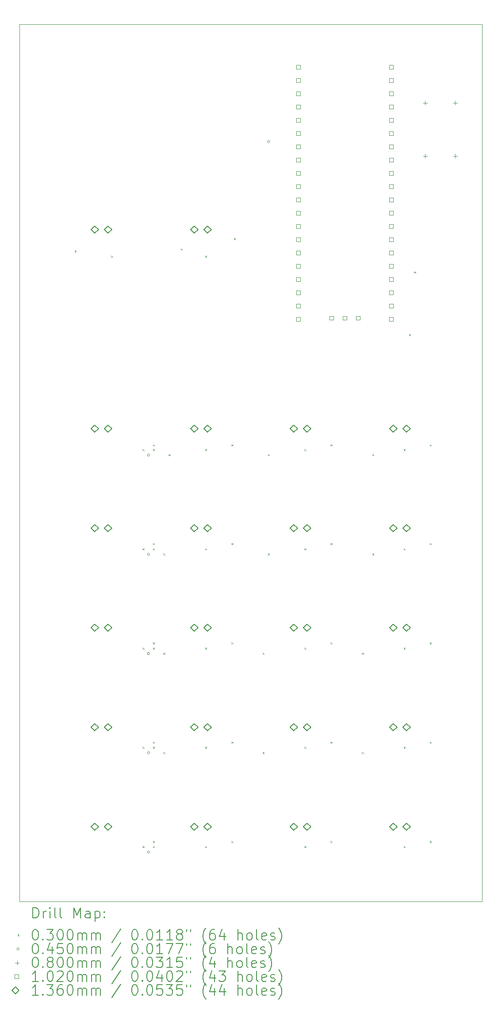
<source format=gbr>
%TF.GenerationSoftware,KiCad,Pcbnew,8.0.3*%
%TF.CreationDate,2024-07-24T12:50:57+02:00*%
%TF.ProjectId,programmable,70726f67-7261-46d6-9d61-626c652e6b69,rev?*%
%TF.SameCoordinates,Original*%
%TF.FileFunction,Drillmap*%
%TF.FilePolarity,Positive*%
%FSLAX45Y45*%
G04 Gerber Fmt 4.5, Leading zero omitted, Abs format (unit mm)*
G04 Created by KiCad (PCBNEW 8.0.3) date 2024-07-24 12:50:57*
%MOMM*%
%LPD*%
G01*
G04 APERTURE LIST*
%ADD10C,0.050000*%
%ADD11C,0.200000*%
%ADD12C,0.100000*%
%ADD13C,0.102000*%
%ADD14C,0.136000*%
G04 APERTURE END LIST*
D10*
X4332750Y-3025460D02*
X13192750Y-3025460D01*
X13192750Y-19815460D01*
X4332750Y-19815460D01*
X4332750Y-3025460D01*
D11*
D12*
X5390250Y-7352960D02*
X5420250Y-7382960D01*
X5420250Y-7352960D02*
X5390250Y-7382960D01*
X6090250Y-7452960D02*
X6120250Y-7482960D01*
X6120250Y-7452960D02*
X6090250Y-7482960D01*
X6690250Y-11152960D02*
X6720250Y-11182960D01*
X6720250Y-11152960D02*
X6690250Y-11182960D01*
X6690250Y-13052960D02*
X6720250Y-13082960D01*
X6720250Y-13052960D02*
X6690250Y-13082960D01*
X6690250Y-14952960D02*
X6720250Y-14982960D01*
X6720250Y-14952960D02*
X6690250Y-14982960D01*
X6690250Y-16852960D02*
X6720250Y-16882960D01*
X6720250Y-16852960D02*
X6690250Y-16882960D01*
X6690250Y-18752960D02*
X6720250Y-18782960D01*
X6720250Y-18752960D02*
X6690250Y-18782960D01*
X6890250Y-11062960D02*
X6920250Y-11092960D01*
X6920250Y-11062960D02*
X6890250Y-11092960D01*
X6890250Y-11152960D02*
X6920250Y-11182960D01*
X6920250Y-11152960D02*
X6890250Y-11182960D01*
X6890250Y-12952960D02*
X6920250Y-12982960D01*
X6920250Y-12952960D02*
X6890250Y-12982960D01*
X6890250Y-13052960D02*
X6920250Y-13082960D01*
X6920250Y-13052960D02*
X6890250Y-13082960D01*
X6890250Y-14852960D02*
X6920250Y-14882960D01*
X6920250Y-14852960D02*
X6890250Y-14882960D01*
X6890250Y-14952960D02*
X6920250Y-14982960D01*
X6920250Y-14952960D02*
X6890250Y-14982960D01*
X6890250Y-16752960D02*
X6920250Y-16782960D01*
X6920250Y-16752960D02*
X6890250Y-16782960D01*
X6890250Y-16852960D02*
X6920250Y-16882960D01*
X6920250Y-16852960D02*
X6890250Y-16882960D01*
X6890250Y-18652960D02*
X6920250Y-18682960D01*
X6920250Y-18652960D02*
X6890250Y-18682960D01*
X6890250Y-18752960D02*
X6920250Y-18782960D01*
X6920250Y-18752960D02*
X6890250Y-18782960D01*
X7090250Y-13152960D02*
X7120250Y-13182960D01*
X7120250Y-13152960D02*
X7090250Y-13182960D01*
X7090250Y-15052960D02*
X7120250Y-15082960D01*
X7120250Y-15052960D02*
X7090250Y-15082960D01*
X7090250Y-16952960D02*
X7120250Y-16982960D01*
X7120250Y-16952960D02*
X7090250Y-16982960D01*
X7190250Y-11252960D02*
X7220250Y-11282960D01*
X7220250Y-11252960D02*
X7190250Y-11282960D01*
X7422000Y-7312960D02*
X7452000Y-7342960D01*
X7452000Y-7312960D02*
X7422000Y-7342960D01*
X7890250Y-7452960D02*
X7920250Y-7482960D01*
X7920250Y-7452960D02*
X7890250Y-7482960D01*
X7890250Y-11152960D02*
X7920250Y-11182960D01*
X7920250Y-11152960D02*
X7890250Y-11182960D01*
X7890250Y-13052960D02*
X7920250Y-13082960D01*
X7920250Y-13052960D02*
X7890250Y-13082960D01*
X7890250Y-14952960D02*
X7920250Y-14982960D01*
X7920250Y-14952960D02*
X7890250Y-14982960D01*
X7890250Y-16852960D02*
X7920250Y-16882960D01*
X7920250Y-16852960D02*
X7890250Y-16882960D01*
X7890250Y-18752960D02*
X7920250Y-18782960D01*
X7920250Y-18752960D02*
X7890250Y-18782960D01*
X8390250Y-11062960D02*
X8420250Y-11092960D01*
X8420250Y-11062960D02*
X8390250Y-11092960D01*
X8390250Y-12952960D02*
X8420250Y-12982960D01*
X8420250Y-12952960D02*
X8390250Y-12982960D01*
X8390250Y-14852960D02*
X8420250Y-14882960D01*
X8420250Y-14852960D02*
X8390250Y-14882960D01*
X8390250Y-16752960D02*
X8420250Y-16782960D01*
X8420250Y-16752960D02*
X8390250Y-16782960D01*
X8390250Y-18652960D02*
X8420250Y-18682960D01*
X8420250Y-18652960D02*
X8390250Y-18682960D01*
X8440250Y-7112960D02*
X8470250Y-7142960D01*
X8470250Y-7112960D02*
X8440250Y-7142960D01*
X8990250Y-15052960D02*
X9020250Y-15082960D01*
X9020250Y-15052960D02*
X8990250Y-15082960D01*
X8990250Y-16952960D02*
X9020250Y-16982960D01*
X9020250Y-16952960D02*
X8990250Y-16982960D01*
X9090250Y-11252960D02*
X9120250Y-11282960D01*
X9120250Y-11252960D02*
X9090250Y-11282960D01*
X9090250Y-13152960D02*
X9120250Y-13182960D01*
X9120250Y-13152960D02*
X9090250Y-13182960D01*
X9790250Y-11152960D02*
X9820250Y-11182960D01*
X9820250Y-11152960D02*
X9790250Y-11182960D01*
X9790250Y-13052960D02*
X9820250Y-13082960D01*
X9820250Y-13052960D02*
X9790250Y-13082960D01*
X9790250Y-14952960D02*
X9820250Y-14982960D01*
X9820250Y-14952960D02*
X9790250Y-14982960D01*
X9790250Y-16852960D02*
X9820250Y-16882960D01*
X9820250Y-16852960D02*
X9790250Y-16882960D01*
X9790250Y-18752960D02*
X9820250Y-18782960D01*
X9820250Y-18752960D02*
X9790250Y-18782960D01*
X10290250Y-11062960D02*
X10320250Y-11092960D01*
X10320250Y-11062960D02*
X10290250Y-11092960D01*
X10290250Y-12952960D02*
X10320250Y-12982960D01*
X10320250Y-12952960D02*
X10290250Y-12982960D01*
X10290250Y-14852960D02*
X10320250Y-14882960D01*
X10320250Y-14852960D02*
X10290250Y-14882960D01*
X10290250Y-16752960D02*
X10320250Y-16782960D01*
X10320250Y-16752960D02*
X10290250Y-16782960D01*
X10290250Y-18652960D02*
X10320250Y-18682960D01*
X10320250Y-18652960D02*
X10290250Y-18682960D01*
X10890250Y-15052960D02*
X10920250Y-15082960D01*
X10920250Y-15052960D02*
X10890250Y-15082960D01*
X10890250Y-16952960D02*
X10920250Y-16982960D01*
X10920250Y-16952960D02*
X10890250Y-16982960D01*
X11090250Y-11252960D02*
X11120250Y-11282960D01*
X11120250Y-11252960D02*
X11090250Y-11282960D01*
X11090250Y-13152960D02*
X11120250Y-13182960D01*
X11120250Y-13152960D02*
X11090250Y-13182960D01*
X11690250Y-11152960D02*
X11720250Y-11182960D01*
X11720250Y-11152960D02*
X11690250Y-11182960D01*
X11690250Y-13052960D02*
X11720250Y-13082960D01*
X11720250Y-13052960D02*
X11690250Y-13082960D01*
X11690250Y-14952960D02*
X11720250Y-14982960D01*
X11720250Y-14952960D02*
X11690250Y-14982960D01*
X11690250Y-16852960D02*
X11720250Y-16882960D01*
X11720250Y-16852960D02*
X11690250Y-16882960D01*
X11690250Y-18752960D02*
X11720250Y-18782960D01*
X11720250Y-18752960D02*
X11690250Y-18782960D01*
X11790250Y-8952960D02*
X11820250Y-8982960D01*
X11820250Y-8952960D02*
X11790250Y-8982960D01*
X11890250Y-7752960D02*
X11920250Y-7782960D01*
X11920250Y-7752960D02*
X11890250Y-7782960D01*
X12190250Y-11062960D02*
X12220250Y-11092960D01*
X12220250Y-11062960D02*
X12190250Y-11092960D01*
X12190250Y-12952960D02*
X12220250Y-12982960D01*
X12220250Y-12952960D02*
X12190250Y-12982960D01*
X12190250Y-14852960D02*
X12220250Y-14882960D01*
X12220250Y-14852960D02*
X12190250Y-14882960D01*
X12190250Y-16752960D02*
X12220250Y-16782960D01*
X12220250Y-16752960D02*
X12190250Y-16782960D01*
X12190250Y-18652960D02*
X12220250Y-18682960D01*
X12220250Y-18652960D02*
X12190250Y-18682960D01*
X6827750Y-11267960D02*
G75*
G02*
X6782750Y-11267960I-22500J0D01*
G01*
X6782750Y-11267960D02*
G75*
G02*
X6827750Y-11267960I22500J0D01*
G01*
X6827750Y-13167960D02*
G75*
G02*
X6782750Y-13167960I-22500J0D01*
G01*
X6782750Y-13167960D02*
G75*
G02*
X6827750Y-13167960I22500J0D01*
G01*
X6827750Y-15067960D02*
G75*
G02*
X6782750Y-15067960I-22500J0D01*
G01*
X6782750Y-15067960D02*
G75*
G02*
X6827750Y-15067960I22500J0D01*
G01*
X6827750Y-16967960D02*
G75*
G02*
X6782750Y-16967960I-22500J0D01*
G01*
X6782750Y-16967960D02*
G75*
G02*
X6827750Y-16967960I22500J0D01*
G01*
X6827750Y-18867960D02*
G75*
G02*
X6782750Y-18867960I-22500J0D01*
G01*
X6782750Y-18867960D02*
G75*
G02*
X6827750Y-18867960I22500J0D01*
G01*
X9127750Y-5267960D02*
G75*
G02*
X9082750Y-5267960I-22500J0D01*
G01*
X9082750Y-5267960D02*
G75*
G02*
X9127750Y-5267960I22500J0D01*
G01*
X12101750Y-4488460D02*
X12101750Y-4568460D01*
X12061750Y-4528460D02*
X12141750Y-4528460D01*
X12101750Y-5504460D02*
X12101750Y-5584460D01*
X12061750Y-5544460D02*
X12141750Y-5544460D01*
X12677750Y-4488460D02*
X12677750Y-4568460D01*
X12637750Y-4528460D02*
X12717750Y-4528460D01*
X12677750Y-5504460D02*
X12677750Y-5584460D01*
X12637750Y-5544460D02*
X12717750Y-5544460D01*
D13*
X9709813Y-3878523D02*
X9709813Y-3806397D01*
X9637687Y-3806397D01*
X9637687Y-3878523D01*
X9709813Y-3878523D01*
X9709813Y-4132523D02*
X9709813Y-4060397D01*
X9637687Y-4060397D01*
X9637687Y-4132523D01*
X9709813Y-4132523D01*
X9709813Y-4386523D02*
X9709813Y-4314397D01*
X9637687Y-4314397D01*
X9637687Y-4386523D01*
X9709813Y-4386523D01*
X9709813Y-4640523D02*
X9709813Y-4568397D01*
X9637687Y-4568397D01*
X9637687Y-4640523D01*
X9709813Y-4640523D01*
X9709813Y-4894523D02*
X9709813Y-4822397D01*
X9637687Y-4822397D01*
X9637687Y-4894523D01*
X9709813Y-4894523D01*
X9709813Y-5148523D02*
X9709813Y-5076397D01*
X9637687Y-5076397D01*
X9637687Y-5148523D01*
X9709813Y-5148523D01*
X9709813Y-5402523D02*
X9709813Y-5330397D01*
X9637687Y-5330397D01*
X9637687Y-5402523D01*
X9709813Y-5402523D01*
X9709813Y-5656523D02*
X9709813Y-5584397D01*
X9637687Y-5584397D01*
X9637687Y-5656523D01*
X9709813Y-5656523D01*
X9709813Y-5910523D02*
X9709813Y-5838397D01*
X9637687Y-5838397D01*
X9637687Y-5910523D01*
X9709813Y-5910523D01*
X9709813Y-6164523D02*
X9709813Y-6092397D01*
X9637687Y-6092397D01*
X9637687Y-6164523D01*
X9709813Y-6164523D01*
X9709813Y-6418523D02*
X9709813Y-6346397D01*
X9637687Y-6346397D01*
X9637687Y-6418523D01*
X9709813Y-6418523D01*
X9709813Y-6672523D02*
X9709813Y-6600397D01*
X9637687Y-6600397D01*
X9637687Y-6672523D01*
X9709813Y-6672523D01*
X9709813Y-6926523D02*
X9709813Y-6854397D01*
X9637687Y-6854397D01*
X9637687Y-6926523D01*
X9709813Y-6926523D01*
X9709813Y-7180523D02*
X9709813Y-7108397D01*
X9637687Y-7108397D01*
X9637687Y-7180523D01*
X9709813Y-7180523D01*
X9709813Y-7434523D02*
X9709813Y-7362397D01*
X9637687Y-7362397D01*
X9637687Y-7434523D01*
X9709813Y-7434523D01*
X9709813Y-7688523D02*
X9709813Y-7616397D01*
X9637687Y-7616397D01*
X9637687Y-7688523D01*
X9709813Y-7688523D01*
X9709813Y-7942523D02*
X9709813Y-7870397D01*
X9637687Y-7870397D01*
X9637687Y-7942523D01*
X9709813Y-7942523D01*
X9709813Y-8196523D02*
X9709813Y-8124397D01*
X9637687Y-8124397D01*
X9637687Y-8196523D01*
X9709813Y-8196523D01*
X9709813Y-8450523D02*
X9709813Y-8378397D01*
X9637687Y-8378397D01*
X9637687Y-8450523D01*
X9709813Y-8450523D01*
X9709813Y-8704523D02*
X9709813Y-8632397D01*
X9637687Y-8632397D01*
X9637687Y-8704523D01*
X9709813Y-8704523D01*
X10344813Y-8681523D02*
X10344813Y-8609397D01*
X10272687Y-8609397D01*
X10272687Y-8681523D01*
X10344813Y-8681523D01*
X10598813Y-8681523D02*
X10598813Y-8609397D01*
X10526687Y-8609397D01*
X10526687Y-8681523D01*
X10598813Y-8681523D01*
X10852813Y-8681523D02*
X10852813Y-8609397D01*
X10780687Y-8609397D01*
X10780687Y-8681523D01*
X10852813Y-8681523D01*
X11487813Y-3878523D02*
X11487813Y-3806397D01*
X11415687Y-3806397D01*
X11415687Y-3878523D01*
X11487813Y-3878523D01*
X11487813Y-4132523D02*
X11487813Y-4060397D01*
X11415687Y-4060397D01*
X11415687Y-4132523D01*
X11487813Y-4132523D01*
X11487813Y-4386523D02*
X11487813Y-4314397D01*
X11415687Y-4314397D01*
X11415687Y-4386523D01*
X11487813Y-4386523D01*
X11487813Y-4640523D02*
X11487813Y-4568397D01*
X11415687Y-4568397D01*
X11415687Y-4640523D01*
X11487813Y-4640523D01*
X11487813Y-4894523D02*
X11487813Y-4822397D01*
X11415687Y-4822397D01*
X11415687Y-4894523D01*
X11487813Y-4894523D01*
X11487813Y-5148523D02*
X11487813Y-5076397D01*
X11415687Y-5076397D01*
X11415687Y-5148523D01*
X11487813Y-5148523D01*
X11487813Y-5402523D02*
X11487813Y-5330397D01*
X11415687Y-5330397D01*
X11415687Y-5402523D01*
X11487813Y-5402523D01*
X11487813Y-5656523D02*
X11487813Y-5584397D01*
X11415687Y-5584397D01*
X11415687Y-5656523D01*
X11487813Y-5656523D01*
X11487813Y-5910523D02*
X11487813Y-5838397D01*
X11415687Y-5838397D01*
X11415687Y-5910523D01*
X11487813Y-5910523D01*
X11487813Y-6164523D02*
X11487813Y-6092397D01*
X11415687Y-6092397D01*
X11415687Y-6164523D01*
X11487813Y-6164523D01*
X11487813Y-6418523D02*
X11487813Y-6346397D01*
X11415687Y-6346397D01*
X11415687Y-6418523D01*
X11487813Y-6418523D01*
X11487813Y-6672523D02*
X11487813Y-6600397D01*
X11415687Y-6600397D01*
X11415687Y-6672523D01*
X11487813Y-6672523D01*
X11487813Y-6926523D02*
X11487813Y-6854397D01*
X11415687Y-6854397D01*
X11415687Y-6926523D01*
X11487813Y-6926523D01*
X11487813Y-7180523D02*
X11487813Y-7108397D01*
X11415687Y-7108397D01*
X11415687Y-7180523D01*
X11487813Y-7180523D01*
X11487813Y-7434523D02*
X11487813Y-7362397D01*
X11415687Y-7362397D01*
X11415687Y-7434523D01*
X11487813Y-7434523D01*
X11487813Y-7688523D02*
X11487813Y-7616397D01*
X11415687Y-7616397D01*
X11415687Y-7688523D01*
X11487813Y-7688523D01*
X11487813Y-7942523D02*
X11487813Y-7870397D01*
X11415687Y-7870397D01*
X11415687Y-7942523D01*
X11487813Y-7942523D01*
X11487813Y-8196523D02*
X11487813Y-8124397D01*
X11415687Y-8124397D01*
X11415687Y-8196523D01*
X11487813Y-8196523D01*
X11487813Y-8450523D02*
X11487813Y-8378397D01*
X11415687Y-8378397D01*
X11415687Y-8450523D01*
X11487813Y-8450523D01*
X11487813Y-8704523D02*
X11487813Y-8632397D01*
X11415687Y-8632397D01*
X11415687Y-8704523D01*
X11487813Y-8704523D01*
D14*
X5778250Y-7023960D02*
X5846250Y-6955960D01*
X5778250Y-6887960D01*
X5710250Y-6955960D01*
X5778250Y-7023960D01*
X5778250Y-10833960D02*
X5846250Y-10765960D01*
X5778250Y-10697960D01*
X5710250Y-10765960D01*
X5778250Y-10833960D01*
X5778250Y-12738960D02*
X5846250Y-12670960D01*
X5778250Y-12602960D01*
X5710250Y-12670960D01*
X5778250Y-12738960D01*
X5778250Y-14643960D02*
X5846250Y-14575960D01*
X5778250Y-14507960D01*
X5710250Y-14575960D01*
X5778250Y-14643960D01*
X5778250Y-16548960D02*
X5846250Y-16480960D01*
X5778250Y-16412960D01*
X5710250Y-16480960D01*
X5778250Y-16548960D01*
X5778250Y-18453960D02*
X5846250Y-18385960D01*
X5778250Y-18317960D01*
X5710250Y-18385960D01*
X5778250Y-18453960D01*
X6032250Y-7023960D02*
X6100250Y-6955960D01*
X6032250Y-6887960D01*
X5964250Y-6955960D01*
X6032250Y-7023960D01*
X6032250Y-10833960D02*
X6100250Y-10765960D01*
X6032250Y-10697960D01*
X5964250Y-10765960D01*
X6032250Y-10833960D01*
X6032250Y-12738960D02*
X6100250Y-12670960D01*
X6032250Y-12602960D01*
X5964250Y-12670960D01*
X6032250Y-12738960D01*
X6032250Y-14643960D02*
X6100250Y-14575960D01*
X6032250Y-14507960D01*
X5964250Y-14575960D01*
X6032250Y-14643960D01*
X6032250Y-16548960D02*
X6100250Y-16480960D01*
X6032250Y-16412960D01*
X5964250Y-16480960D01*
X6032250Y-16548960D01*
X6032250Y-18453960D02*
X6100250Y-18385960D01*
X6032250Y-18317960D01*
X5964250Y-18385960D01*
X6032250Y-18453960D01*
X7683250Y-7023960D02*
X7751250Y-6955960D01*
X7683250Y-6887960D01*
X7615250Y-6955960D01*
X7683250Y-7023960D01*
X7683250Y-10833960D02*
X7751250Y-10765960D01*
X7683250Y-10697960D01*
X7615250Y-10765960D01*
X7683250Y-10833960D01*
X7683250Y-12738960D02*
X7751250Y-12670960D01*
X7683250Y-12602960D01*
X7615250Y-12670960D01*
X7683250Y-12738960D01*
X7683250Y-14643960D02*
X7751250Y-14575960D01*
X7683250Y-14507960D01*
X7615250Y-14575960D01*
X7683250Y-14643960D01*
X7683250Y-16548960D02*
X7751250Y-16480960D01*
X7683250Y-16412960D01*
X7615250Y-16480960D01*
X7683250Y-16548960D01*
X7683250Y-18453960D02*
X7751250Y-18385960D01*
X7683250Y-18317960D01*
X7615250Y-18385960D01*
X7683250Y-18453960D01*
X7937250Y-7023960D02*
X8005250Y-6955960D01*
X7937250Y-6887960D01*
X7869250Y-6955960D01*
X7937250Y-7023960D01*
X7937250Y-10833960D02*
X8005250Y-10765960D01*
X7937250Y-10697960D01*
X7869250Y-10765960D01*
X7937250Y-10833960D01*
X7937250Y-12738960D02*
X8005250Y-12670960D01*
X7937250Y-12602960D01*
X7869250Y-12670960D01*
X7937250Y-12738960D01*
X7937250Y-14643960D02*
X8005250Y-14575960D01*
X7937250Y-14507960D01*
X7869250Y-14575960D01*
X7937250Y-14643960D01*
X7937250Y-16548960D02*
X8005250Y-16480960D01*
X7937250Y-16412960D01*
X7869250Y-16480960D01*
X7937250Y-16548960D01*
X7937250Y-18453960D02*
X8005250Y-18385960D01*
X7937250Y-18317960D01*
X7869250Y-18385960D01*
X7937250Y-18453960D01*
X9588250Y-10833960D02*
X9656250Y-10765960D01*
X9588250Y-10697960D01*
X9520250Y-10765960D01*
X9588250Y-10833960D01*
X9588250Y-12738960D02*
X9656250Y-12670960D01*
X9588250Y-12602960D01*
X9520250Y-12670960D01*
X9588250Y-12738960D01*
X9588250Y-14643960D02*
X9656250Y-14575960D01*
X9588250Y-14507960D01*
X9520250Y-14575960D01*
X9588250Y-14643960D01*
X9588250Y-16548960D02*
X9656250Y-16480960D01*
X9588250Y-16412960D01*
X9520250Y-16480960D01*
X9588250Y-16548960D01*
X9588250Y-18453960D02*
X9656250Y-18385960D01*
X9588250Y-18317960D01*
X9520250Y-18385960D01*
X9588250Y-18453960D01*
X9842250Y-10833960D02*
X9910250Y-10765960D01*
X9842250Y-10697960D01*
X9774250Y-10765960D01*
X9842250Y-10833960D01*
X9842250Y-12738960D02*
X9910250Y-12670960D01*
X9842250Y-12602960D01*
X9774250Y-12670960D01*
X9842250Y-12738960D01*
X9842250Y-14643960D02*
X9910250Y-14575960D01*
X9842250Y-14507960D01*
X9774250Y-14575960D01*
X9842250Y-14643960D01*
X9842250Y-16548960D02*
X9910250Y-16480960D01*
X9842250Y-16412960D01*
X9774250Y-16480960D01*
X9842250Y-16548960D01*
X9842250Y-18453960D02*
X9910250Y-18385960D01*
X9842250Y-18317960D01*
X9774250Y-18385960D01*
X9842250Y-18453960D01*
X11493250Y-10833960D02*
X11561250Y-10765960D01*
X11493250Y-10697960D01*
X11425250Y-10765960D01*
X11493250Y-10833960D01*
X11493250Y-12738960D02*
X11561250Y-12670960D01*
X11493250Y-12602960D01*
X11425250Y-12670960D01*
X11493250Y-12738960D01*
X11493250Y-14643960D02*
X11561250Y-14575960D01*
X11493250Y-14507960D01*
X11425250Y-14575960D01*
X11493250Y-14643960D01*
X11493250Y-16548960D02*
X11561250Y-16480960D01*
X11493250Y-16412960D01*
X11425250Y-16480960D01*
X11493250Y-16548960D01*
X11493250Y-18453960D02*
X11561250Y-18385960D01*
X11493250Y-18317960D01*
X11425250Y-18385960D01*
X11493250Y-18453960D01*
X11747250Y-10833960D02*
X11815250Y-10765960D01*
X11747250Y-10697960D01*
X11679250Y-10765960D01*
X11747250Y-10833960D01*
X11747250Y-12738960D02*
X11815250Y-12670960D01*
X11747250Y-12602960D01*
X11679250Y-12670960D01*
X11747250Y-12738960D01*
X11747250Y-14643960D02*
X11815250Y-14575960D01*
X11747250Y-14507960D01*
X11679250Y-14575960D01*
X11747250Y-14643960D01*
X11747250Y-16548960D02*
X11815250Y-16480960D01*
X11747250Y-16412960D01*
X11679250Y-16480960D01*
X11747250Y-16548960D01*
X11747250Y-18453960D02*
X11815250Y-18385960D01*
X11747250Y-18317960D01*
X11679250Y-18385960D01*
X11747250Y-18453960D01*
D11*
X4591027Y-20129444D02*
X4591027Y-19929444D01*
X4591027Y-19929444D02*
X4638646Y-19929444D01*
X4638646Y-19929444D02*
X4667217Y-19938968D01*
X4667217Y-19938968D02*
X4686265Y-19958015D01*
X4686265Y-19958015D02*
X4695789Y-19977063D01*
X4695789Y-19977063D02*
X4705313Y-20015158D01*
X4705313Y-20015158D02*
X4705313Y-20043730D01*
X4705313Y-20043730D02*
X4695789Y-20081825D01*
X4695789Y-20081825D02*
X4686265Y-20100872D01*
X4686265Y-20100872D02*
X4667217Y-20119920D01*
X4667217Y-20119920D02*
X4638646Y-20129444D01*
X4638646Y-20129444D02*
X4591027Y-20129444D01*
X4791027Y-20129444D02*
X4791027Y-19996110D01*
X4791027Y-20034206D02*
X4800551Y-20015158D01*
X4800551Y-20015158D02*
X4810074Y-20005634D01*
X4810074Y-20005634D02*
X4829122Y-19996110D01*
X4829122Y-19996110D02*
X4848170Y-19996110D01*
X4914836Y-20129444D02*
X4914836Y-19996110D01*
X4914836Y-19929444D02*
X4905313Y-19938968D01*
X4905313Y-19938968D02*
X4914836Y-19948491D01*
X4914836Y-19948491D02*
X4924360Y-19938968D01*
X4924360Y-19938968D02*
X4914836Y-19929444D01*
X4914836Y-19929444D02*
X4914836Y-19948491D01*
X5038646Y-20129444D02*
X5019598Y-20119920D01*
X5019598Y-20119920D02*
X5010074Y-20100872D01*
X5010074Y-20100872D02*
X5010074Y-19929444D01*
X5143408Y-20129444D02*
X5124360Y-20119920D01*
X5124360Y-20119920D02*
X5114836Y-20100872D01*
X5114836Y-20100872D02*
X5114836Y-19929444D01*
X5371979Y-20129444D02*
X5371979Y-19929444D01*
X5371979Y-19929444D02*
X5438646Y-20072301D01*
X5438646Y-20072301D02*
X5505313Y-19929444D01*
X5505313Y-19929444D02*
X5505313Y-20129444D01*
X5686265Y-20129444D02*
X5686265Y-20024682D01*
X5686265Y-20024682D02*
X5676741Y-20005634D01*
X5676741Y-20005634D02*
X5657693Y-19996110D01*
X5657693Y-19996110D02*
X5619598Y-19996110D01*
X5619598Y-19996110D02*
X5600551Y-20005634D01*
X5686265Y-20119920D02*
X5667217Y-20129444D01*
X5667217Y-20129444D02*
X5619598Y-20129444D01*
X5619598Y-20129444D02*
X5600551Y-20119920D01*
X5600551Y-20119920D02*
X5591027Y-20100872D01*
X5591027Y-20100872D02*
X5591027Y-20081825D01*
X5591027Y-20081825D02*
X5600551Y-20062777D01*
X5600551Y-20062777D02*
X5619598Y-20053253D01*
X5619598Y-20053253D02*
X5667217Y-20053253D01*
X5667217Y-20053253D02*
X5686265Y-20043730D01*
X5781503Y-19996110D02*
X5781503Y-20196110D01*
X5781503Y-20005634D02*
X5800551Y-19996110D01*
X5800551Y-19996110D02*
X5838646Y-19996110D01*
X5838646Y-19996110D02*
X5857693Y-20005634D01*
X5857693Y-20005634D02*
X5867217Y-20015158D01*
X5867217Y-20015158D02*
X5876741Y-20034206D01*
X5876741Y-20034206D02*
X5876741Y-20091349D01*
X5876741Y-20091349D02*
X5867217Y-20110396D01*
X5867217Y-20110396D02*
X5857693Y-20119920D01*
X5857693Y-20119920D02*
X5838646Y-20129444D01*
X5838646Y-20129444D02*
X5800551Y-20129444D01*
X5800551Y-20129444D02*
X5781503Y-20119920D01*
X5962455Y-20110396D02*
X5971979Y-20119920D01*
X5971979Y-20119920D02*
X5962455Y-20129444D01*
X5962455Y-20129444D02*
X5952932Y-20119920D01*
X5952932Y-20119920D02*
X5962455Y-20110396D01*
X5962455Y-20110396D02*
X5962455Y-20129444D01*
X5962455Y-20005634D02*
X5971979Y-20015158D01*
X5971979Y-20015158D02*
X5962455Y-20024682D01*
X5962455Y-20024682D02*
X5952932Y-20015158D01*
X5952932Y-20015158D02*
X5962455Y-20005634D01*
X5962455Y-20005634D02*
X5962455Y-20024682D01*
D12*
X4300250Y-20442960D02*
X4330250Y-20472960D01*
X4330250Y-20442960D02*
X4300250Y-20472960D01*
D11*
X4629122Y-20349444D02*
X4648170Y-20349444D01*
X4648170Y-20349444D02*
X4667217Y-20358968D01*
X4667217Y-20358968D02*
X4676741Y-20368491D01*
X4676741Y-20368491D02*
X4686265Y-20387539D01*
X4686265Y-20387539D02*
X4695789Y-20425634D01*
X4695789Y-20425634D02*
X4695789Y-20473253D01*
X4695789Y-20473253D02*
X4686265Y-20511349D01*
X4686265Y-20511349D02*
X4676741Y-20530396D01*
X4676741Y-20530396D02*
X4667217Y-20539920D01*
X4667217Y-20539920D02*
X4648170Y-20549444D01*
X4648170Y-20549444D02*
X4629122Y-20549444D01*
X4629122Y-20549444D02*
X4610074Y-20539920D01*
X4610074Y-20539920D02*
X4600551Y-20530396D01*
X4600551Y-20530396D02*
X4591027Y-20511349D01*
X4591027Y-20511349D02*
X4581503Y-20473253D01*
X4581503Y-20473253D02*
X4581503Y-20425634D01*
X4581503Y-20425634D02*
X4591027Y-20387539D01*
X4591027Y-20387539D02*
X4600551Y-20368491D01*
X4600551Y-20368491D02*
X4610074Y-20358968D01*
X4610074Y-20358968D02*
X4629122Y-20349444D01*
X4781503Y-20530396D02*
X4791027Y-20539920D01*
X4791027Y-20539920D02*
X4781503Y-20549444D01*
X4781503Y-20549444D02*
X4771979Y-20539920D01*
X4771979Y-20539920D02*
X4781503Y-20530396D01*
X4781503Y-20530396D02*
X4781503Y-20549444D01*
X4857694Y-20349444D02*
X4981503Y-20349444D01*
X4981503Y-20349444D02*
X4914836Y-20425634D01*
X4914836Y-20425634D02*
X4943408Y-20425634D01*
X4943408Y-20425634D02*
X4962455Y-20435158D01*
X4962455Y-20435158D02*
X4971979Y-20444682D01*
X4971979Y-20444682D02*
X4981503Y-20463730D01*
X4981503Y-20463730D02*
X4981503Y-20511349D01*
X4981503Y-20511349D02*
X4971979Y-20530396D01*
X4971979Y-20530396D02*
X4962455Y-20539920D01*
X4962455Y-20539920D02*
X4943408Y-20549444D01*
X4943408Y-20549444D02*
X4886265Y-20549444D01*
X4886265Y-20549444D02*
X4867217Y-20539920D01*
X4867217Y-20539920D02*
X4857694Y-20530396D01*
X5105313Y-20349444D02*
X5124360Y-20349444D01*
X5124360Y-20349444D02*
X5143408Y-20358968D01*
X5143408Y-20358968D02*
X5152932Y-20368491D01*
X5152932Y-20368491D02*
X5162455Y-20387539D01*
X5162455Y-20387539D02*
X5171979Y-20425634D01*
X5171979Y-20425634D02*
X5171979Y-20473253D01*
X5171979Y-20473253D02*
X5162455Y-20511349D01*
X5162455Y-20511349D02*
X5152932Y-20530396D01*
X5152932Y-20530396D02*
X5143408Y-20539920D01*
X5143408Y-20539920D02*
X5124360Y-20549444D01*
X5124360Y-20549444D02*
X5105313Y-20549444D01*
X5105313Y-20549444D02*
X5086265Y-20539920D01*
X5086265Y-20539920D02*
X5076741Y-20530396D01*
X5076741Y-20530396D02*
X5067217Y-20511349D01*
X5067217Y-20511349D02*
X5057694Y-20473253D01*
X5057694Y-20473253D02*
X5057694Y-20425634D01*
X5057694Y-20425634D02*
X5067217Y-20387539D01*
X5067217Y-20387539D02*
X5076741Y-20368491D01*
X5076741Y-20368491D02*
X5086265Y-20358968D01*
X5086265Y-20358968D02*
X5105313Y-20349444D01*
X5295789Y-20349444D02*
X5314836Y-20349444D01*
X5314836Y-20349444D02*
X5333884Y-20358968D01*
X5333884Y-20358968D02*
X5343408Y-20368491D01*
X5343408Y-20368491D02*
X5352932Y-20387539D01*
X5352932Y-20387539D02*
X5362455Y-20425634D01*
X5362455Y-20425634D02*
X5362455Y-20473253D01*
X5362455Y-20473253D02*
X5352932Y-20511349D01*
X5352932Y-20511349D02*
X5343408Y-20530396D01*
X5343408Y-20530396D02*
X5333884Y-20539920D01*
X5333884Y-20539920D02*
X5314836Y-20549444D01*
X5314836Y-20549444D02*
X5295789Y-20549444D01*
X5295789Y-20549444D02*
X5276741Y-20539920D01*
X5276741Y-20539920D02*
X5267217Y-20530396D01*
X5267217Y-20530396D02*
X5257694Y-20511349D01*
X5257694Y-20511349D02*
X5248170Y-20473253D01*
X5248170Y-20473253D02*
X5248170Y-20425634D01*
X5248170Y-20425634D02*
X5257694Y-20387539D01*
X5257694Y-20387539D02*
X5267217Y-20368491D01*
X5267217Y-20368491D02*
X5276741Y-20358968D01*
X5276741Y-20358968D02*
X5295789Y-20349444D01*
X5448170Y-20549444D02*
X5448170Y-20416110D01*
X5448170Y-20435158D02*
X5457694Y-20425634D01*
X5457694Y-20425634D02*
X5476741Y-20416110D01*
X5476741Y-20416110D02*
X5505313Y-20416110D01*
X5505313Y-20416110D02*
X5524360Y-20425634D01*
X5524360Y-20425634D02*
X5533884Y-20444682D01*
X5533884Y-20444682D02*
X5533884Y-20549444D01*
X5533884Y-20444682D02*
X5543408Y-20425634D01*
X5543408Y-20425634D02*
X5562455Y-20416110D01*
X5562455Y-20416110D02*
X5591027Y-20416110D01*
X5591027Y-20416110D02*
X5610074Y-20425634D01*
X5610074Y-20425634D02*
X5619598Y-20444682D01*
X5619598Y-20444682D02*
X5619598Y-20549444D01*
X5714836Y-20549444D02*
X5714836Y-20416110D01*
X5714836Y-20435158D02*
X5724360Y-20425634D01*
X5724360Y-20425634D02*
X5743408Y-20416110D01*
X5743408Y-20416110D02*
X5771979Y-20416110D01*
X5771979Y-20416110D02*
X5791027Y-20425634D01*
X5791027Y-20425634D02*
X5800551Y-20444682D01*
X5800551Y-20444682D02*
X5800551Y-20549444D01*
X5800551Y-20444682D02*
X5810074Y-20425634D01*
X5810074Y-20425634D02*
X5829122Y-20416110D01*
X5829122Y-20416110D02*
X5857693Y-20416110D01*
X5857693Y-20416110D02*
X5876741Y-20425634D01*
X5876741Y-20425634D02*
X5886265Y-20444682D01*
X5886265Y-20444682D02*
X5886265Y-20549444D01*
X6276741Y-20339920D02*
X6105313Y-20597063D01*
X6533884Y-20349444D02*
X6552932Y-20349444D01*
X6552932Y-20349444D02*
X6571979Y-20358968D01*
X6571979Y-20358968D02*
X6581503Y-20368491D01*
X6581503Y-20368491D02*
X6591027Y-20387539D01*
X6591027Y-20387539D02*
X6600551Y-20425634D01*
X6600551Y-20425634D02*
X6600551Y-20473253D01*
X6600551Y-20473253D02*
X6591027Y-20511349D01*
X6591027Y-20511349D02*
X6581503Y-20530396D01*
X6581503Y-20530396D02*
X6571979Y-20539920D01*
X6571979Y-20539920D02*
X6552932Y-20549444D01*
X6552932Y-20549444D02*
X6533884Y-20549444D01*
X6533884Y-20549444D02*
X6514836Y-20539920D01*
X6514836Y-20539920D02*
X6505313Y-20530396D01*
X6505313Y-20530396D02*
X6495789Y-20511349D01*
X6495789Y-20511349D02*
X6486265Y-20473253D01*
X6486265Y-20473253D02*
X6486265Y-20425634D01*
X6486265Y-20425634D02*
X6495789Y-20387539D01*
X6495789Y-20387539D02*
X6505313Y-20368491D01*
X6505313Y-20368491D02*
X6514836Y-20358968D01*
X6514836Y-20358968D02*
X6533884Y-20349444D01*
X6686265Y-20530396D02*
X6695789Y-20539920D01*
X6695789Y-20539920D02*
X6686265Y-20549444D01*
X6686265Y-20549444D02*
X6676741Y-20539920D01*
X6676741Y-20539920D02*
X6686265Y-20530396D01*
X6686265Y-20530396D02*
X6686265Y-20549444D01*
X6819598Y-20349444D02*
X6838646Y-20349444D01*
X6838646Y-20349444D02*
X6857694Y-20358968D01*
X6857694Y-20358968D02*
X6867217Y-20368491D01*
X6867217Y-20368491D02*
X6876741Y-20387539D01*
X6876741Y-20387539D02*
X6886265Y-20425634D01*
X6886265Y-20425634D02*
X6886265Y-20473253D01*
X6886265Y-20473253D02*
X6876741Y-20511349D01*
X6876741Y-20511349D02*
X6867217Y-20530396D01*
X6867217Y-20530396D02*
X6857694Y-20539920D01*
X6857694Y-20539920D02*
X6838646Y-20549444D01*
X6838646Y-20549444D02*
X6819598Y-20549444D01*
X6819598Y-20549444D02*
X6800551Y-20539920D01*
X6800551Y-20539920D02*
X6791027Y-20530396D01*
X6791027Y-20530396D02*
X6781503Y-20511349D01*
X6781503Y-20511349D02*
X6771979Y-20473253D01*
X6771979Y-20473253D02*
X6771979Y-20425634D01*
X6771979Y-20425634D02*
X6781503Y-20387539D01*
X6781503Y-20387539D02*
X6791027Y-20368491D01*
X6791027Y-20368491D02*
X6800551Y-20358968D01*
X6800551Y-20358968D02*
X6819598Y-20349444D01*
X7076741Y-20549444D02*
X6962456Y-20549444D01*
X7019598Y-20549444D02*
X7019598Y-20349444D01*
X7019598Y-20349444D02*
X7000551Y-20378015D01*
X7000551Y-20378015D02*
X6981503Y-20397063D01*
X6981503Y-20397063D02*
X6962456Y-20406587D01*
X7267217Y-20549444D02*
X7152932Y-20549444D01*
X7210075Y-20549444D02*
X7210075Y-20349444D01*
X7210075Y-20349444D02*
X7191027Y-20378015D01*
X7191027Y-20378015D02*
X7171979Y-20397063D01*
X7171979Y-20397063D02*
X7152932Y-20406587D01*
X7381503Y-20435158D02*
X7362456Y-20425634D01*
X7362456Y-20425634D02*
X7352932Y-20416110D01*
X7352932Y-20416110D02*
X7343408Y-20397063D01*
X7343408Y-20397063D02*
X7343408Y-20387539D01*
X7343408Y-20387539D02*
X7352932Y-20368491D01*
X7352932Y-20368491D02*
X7362456Y-20358968D01*
X7362456Y-20358968D02*
X7381503Y-20349444D01*
X7381503Y-20349444D02*
X7419598Y-20349444D01*
X7419598Y-20349444D02*
X7438646Y-20358968D01*
X7438646Y-20358968D02*
X7448170Y-20368491D01*
X7448170Y-20368491D02*
X7457694Y-20387539D01*
X7457694Y-20387539D02*
X7457694Y-20397063D01*
X7457694Y-20397063D02*
X7448170Y-20416110D01*
X7448170Y-20416110D02*
X7438646Y-20425634D01*
X7438646Y-20425634D02*
X7419598Y-20435158D01*
X7419598Y-20435158D02*
X7381503Y-20435158D01*
X7381503Y-20435158D02*
X7362456Y-20444682D01*
X7362456Y-20444682D02*
X7352932Y-20454206D01*
X7352932Y-20454206D02*
X7343408Y-20473253D01*
X7343408Y-20473253D02*
X7343408Y-20511349D01*
X7343408Y-20511349D02*
X7352932Y-20530396D01*
X7352932Y-20530396D02*
X7362456Y-20539920D01*
X7362456Y-20539920D02*
X7381503Y-20549444D01*
X7381503Y-20549444D02*
X7419598Y-20549444D01*
X7419598Y-20549444D02*
X7438646Y-20539920D01*
X7438646Y-20539920D02*
X7448170Y-20530396D01*
X7448170Y-20530396D02*
X7457694Y-20511349D01*
X7457694Y-20511349D02*
X7457694Y-20473253D01*
X7457694Y-20473253D02*
X7448170Y-20454206D01*
X7448170Y-20454206D02*
X7438646Y-20444682D01*
X7438646Y-20444682D02*
X7419598Y-20435158D01*
X7533884Y-20349444D02*
X7533884Y-20387539D01*
X7610075Y-20349444D02*
X7610075Y-20387539D01*
X7905313Y-20625634D02*
X7895789Y-20616110D01*
X7895789Y-20616110D02*
X7876741Y-20587539D01*
X7876741Y-20587539D02*
X7867218Y-20568491D01*
X7867218Y-20568491D02*
X7857694Y-20539920D01*
X7857694Y-20539920D02*
X7848170Y-20492301D01*
X7848170Y-20492301D02*
X7848170Y-20454206D01*
X7848170Y-20454206D02*
X7857694Y-20406587D01*
X7857694Y-20406587D02*
X7867218Y-20378015D01*
X7867218Y-20378015D02*
X7876741Y-20358968D01*
X7876741Y-20358968D02*
X7895789Y-20330396D01*
X7895789Y-20330396D02*
X7905313Y-20320872D01*
X8067218Y-20349444D02*
X8029122Y-20349444D01*
X8029122Y-20349444D02*
X8010075Y-20358968D01*
X8010075Y-20358968D02*
X8000551Y-20368491D01*
X8000551Y-20368491D02*
X7981503Y-20397063D01*
X7981503Y-20397063D02*
X7971979Y-20435158D01*
X7971979Y-20435158D02*
X7971979Y-20511349D01*
X7971979Y-20511349D02*
X7981503Y-20530396D01*
X7981503Y-20530396D02*
X7991027Y-20539920D01*
X7991027Y-20539920D02*
X8010075Y-20549444D01*
X8010075Y-20549444D02*
X8048170Y-20549444D01*
X8048170Y-20549444D02*
X8067218Y-20539920D01*
X8067218Y-20539920D02*
X8076741Y-20530396D01*
X8076741Y-20530396D02*
X8086265Y-20511349D01*
X8086265Y-20511349D02*
X8086265Y-20463730D01*
X8086265Y-20463730D02*
X8076741Y-20444682D01*
X8076741Y-20444682D02*
X8067218Y-20435158D01*
X8067218Y-20435158D02*
X8048170Y-20425634D01*
X8048170Y-20425634D02*
X8010075Y-20425634D01*
X8010075Y-20425634D02*
X7991027Y-20435158D01*
X7991027Y-20435158D02*
X7981503Y-20444682D01*
X7981503Y-20444682D02*
X7971979Y-20463730D01*
X8257694Y-20416110D02*
X8257694Y-20549444D01*
X8210075Y-20339920D02*
X8162456Y-20482777D01*
X8162456Y-20482777D02*
X8286265Y-20482777D01*
X8514837Y-20549444D02*
X8514837Y-20349444D01*
X8600551Y-20549444D02*
X8600551Y-20444682D01*
X8600551Y-20444682D02*
X8591027Y-20425634D01*
X8591027Y-20425634D02*
X8571980Y-20416110D01*
X8571980Y-20416110D02*
X8543408Y-20416110D01*
X8543408Y-20416110D02*
X8524361Y-20425634D01*
X8524361Y-20425634D02*
X8514837Y-20435158D01*
X8724361Y-20549444D02*
X8705313Y-20539920D01*
X8705313Y-20539920D02*
X8695789Y-20530396D01*
X8695789Y-20530396D02*
X8686265Y-20511349D01*
X8686265Y-20511349D02*
X8686265Y-20454206D01*
X8686265Y-20454206D02*
X8695789Y-20435158D01*
X8695789Y-20435158D02*
X8705313Y-20425634D01*
X8705313Y-20425634D02*
X8724361Y-20416110D01*
X8724361Y-20416110D02*
X8752932Y-20416110D01*
X8752932Y-20416110D02*
X8771980Y-20425634D01*
X8771980Y-20425634D02*
X8781503Y-20435158D01*
X8781503Y-20435158D02*
X8791027Y-20454206D01*
X8791027Y-20454206D02*
X8791027Y-20511349D01*
X8791027Y-20511349D02*
X8781503Y-20530396D01*
X8781503Y-20530396D02*
X8771980Y-20539920D01*
X8771980Y-20539920D02*
X8752932Y-20549444D01*
X8752932Y-20549444D02*
X8724361Y-20549444D01*
X8905313Y-20549444D02*
X8886265Y-20539920D01*
X8886265Y-20539920D02*
X8876742Y-20520872D01*
X8876742Y-20520872D02*
X8876742Y-20349444D01*
X9057694Y-20539920D02*
X9038646Y-20549444D01*
X9038646Y-20549444D02*
X9000551Y-20549444D01*
X9000551Y-20549444D02*
X8981503Y-20539920D01*
X8981503Y-20539920D02*
X8971980Y-20520872D01*
X8971980Y-20520872D02*
X8971980Y-20444682D01*
X8971980Y-20444682D02*
X8981503Y-20425634D01*
X8981503Y-20425634D02*
X9000551Y-20416110D01*
X9000551Y-20416110D02*
X9038646Y-20416110D01*
X9038646Y-20416110D02*
X9057694Y-20425634D01*
X9057694Y-20425634D02*
X9067218Y-20444682D01*
X9067218Y-20444682D02*
X9067218Y-20463730D01*
X9067218Y-20463730D02*
X8971980Y-20482777D01*
X9143408Y-20539920D02*
X9162456Y-20549444D01*
X9162456Y-20549444D02*
X9200551Y-20549444D01*
X9200551Y-20549444D02*
X9219599Y-20539920D01*
X9219599Y-20539920D02*
X9229123Y-20520872D01*
X9229123Y-20520872D02*
X9229123Y-20511349D01*
X9229123Y-20511349D02*
X9219599Y-20492301D01*
X9219599Y-20492301D02*
X9200551Y-20482777D01*
X9200551Y-20482777D02*
X9171980Y-20482777D01*
X9171980Y-20482777D02*
X9152932Y-20473253D01*
X9152932Y-20473253D02*
X9143408Y-20454206D01*
X9143408Y-20454206D02*
X9143408Y-20444682D01*
X9143408Y-20444682D02*
X9152932Y-20425634D01*
X9152932Y-20425634D02*
X9171980Y-20416110D01*
X9171980Y-20416110D02*
X9200551Y-20416110D01*
X9200551Y-20416110D02*
X9219599Y-20425634D01*
X9295789Y-20625634D02*
X9305313Y-20616110D01*
X9305313Y-20616110D02*
X9324361Y-20587539D01*
X9324361Y-20587539D02*
X9333884Y-20568491D01*
X9333884Y-20568491D02*
X9343408Y-20539920D01*
X9343408Y-20539920D02*
X9352932Y-20492301D01*
X9352932Y-20492301D02*
X9352932Y-20454206D01*
X9352932Y-20454206D02*
X9343408Y-20406587D01*
X9343408Y-20406587D02*
X9333884Y-20378015D01*
X9333884Y-20378015D02*
X9324361Y-20358968D01*
X9324361Y-20358968D02*
X9305313Y-20330396D01*
X9305313Y-20330396D02*
X9295789Y-20320872D01*
D12*
X4330250Y-20721960D02*
G75*
G02*
X4285250Y-20721960I-22500J0D01*
G01*
X4285250Y-20721960D02*
G75*
G02*
X4330250Y-20721960I22500J0D01*
G01*
D11*
X4629122Y-20613444D02*
X4648170Y-20613444D01*
X4648170Y-20613444D02*
X4667217Y-20622968D01*
X4667217Y-20622968D02*
X4676741Y-20632491D01*
X4676741Y-20632491D02*
X4686265Y-20651539D01*
X4686265Y-20651539D02*
X4695789Y-20689634D01*
X4695789Y-20689634D02*
X4695789Y-20737253D01*
X4695789Y-20737253D02*
X4686265Y-20775349D01*
X4686265Y-20775349D02*
X4676741Y-20794396D01*
X4676741Y-20794396D02*
X4667217Y-20803920D01*
X4667217Y-20803920D02*
X4648170Y-20813444D01*
X4648170Y-20813444D02*
X4629122Y-20813444D01*
X4629122Y-20813444D02*
X4610074Y-20803920D01*
X4610074Y-20803920D02*
X4600551Y-20794396D01*
X4600551Y-20794396D02*
X4591027Y-20775349D01*
X4591027Y-20775349D02*
X4581503Y-20737253D01*
X4581503Y-20737253D02*
X4581503Y-20689634D01*
X4581503Y-20689634D02*
X4591027Y-20651539D01*
X4591027Y-20651539D02*
X4600551Y-20632491D01*
X4600551Y-20632491D02*
X4610074Y-20622968D01*
X4610074Y-20622968D02*
X4629122Y-20613444D01*
X4781503Y-20794396D02*
X4791027Y-20803920D01*
X4791027Y-20803920D02*
X4781503Y-20813444D01*
X4781503Y-20813444D02*
X4771979Y-20803920D01*
X4771979Y-20803920D02*
X4781503Y-20794396D01*
X4781503Y-20794396D02*
X4781503Y-20813444D01*
X4962455Y-20680110D02*
X4962455Y-20813444D01*
X4914836Y-20603920D02*
X4867217Y-20746777D01*
X4867217Y-20746777D02*
X4991027Y-20746777D01*
X5162455Y-20613444D02*
X5067217Y-20613444D01*
X5067217Y-20613444D02*
X5057694Y-20708682D01*
X5057694Y-20708682D02*
X5067217Y-20699158D01*
X5067217Y-20699158D02*
X5086265Y-20689634D01*
X5086265Y-20689634D02*
X5133884Y-20689634D01*
X5133884Y-20689634D02*
X5152932Y-20699158D01*
X5152932Y-20699158D02*
X5162455Y-20708682D01*
X5162455Y-20708682D02*
X5171979Y-20727730D01*
X5171979Y-20727730D02*
X5171979Y-20775349D01*
X5171979Y-20775349D02*
X5162455Y-20794396D01*
X5162455Y-20794396D02*
X5152932Y-20803920D01*
X5152932Y-20803920D02*
X5133884Y-20813444D01*
X5133884Y-20813444D02*
X5086265Y-20813444D01*
X5086265Y-20813444D02*
X5067217Y-20803920D01*
X5067217Y-20803920D02*
X5057694Y-20794396D01*
X5295789Y-20613444D02*
X5314836Y-20613444D01*
X5314836Y-20613444D02*
X5333884Y-20622968D01*
X5333884Y-20622968D02*
X5343408Y-20632491D01*
X5343408Y-20632491D02*
X5352932Y-20651539D01*
X5352932Y-20651539D02*
X5362455Y-20689634D01*
X5362455Y-20689634D02*
X5362455Y-20737253D01*
X5362455Y-20737253D02*
X5352932Y-20775349D01*
X5352932Y-20775349D02*
X5343408Y-20794396D01*
X5343408Y-20794396D02*
X5333884Y-20803920D01*
X5333884Y-20803920D02*
X5314836Y-20813444D01*
X5314836Y-20813444D02*
X5295789Y-20813444D01*
X5295789Y-20813444D02*
X5276741Y-20803920D01*
X5276741Y-20803920D02*
X5267217Y-20794396D01*
X5267217Y-20794396D02*
X5257694Y-20775349D01*
X5257694Y-20775349D02*
X5248170Y-20737253D01*
X5248170Y-20737253D02*
X5248170Y-20689634D01*
X5248170Y-20689634D02*
X5257694Y-20651539D01*
X5257694Y-20651539D02*
X5267217Y-20632491D01*
X5267217Y-20632491D02*
X5276741Y-20622968D01*
X5276741Y-20622968D02*
X5295789Y-20613444D01*
X5448170Y-20813444D02*
X5448170Y-20680110D01*
X5448170Y-20699158D02*
X5457694Y-20689634D01*
X5457694Y-20689634D02*
X5476741Y-20680110D01*
X5476741Y-20680110D02*
X5505313Y-20680110D01*
X5505313Y-20680110D02*
X5524360Y-20689634D01*
X5524360Y-20689634D02*
X5533884Y-20708682D01*
X5533884Y-20708682D02*
X5533884Y-20813444D01*
X5533884Y-20708682D02*
X5543408Y-20689634D01*
X5543408Y-20689634D02*
X5562455Y-20680110D01*
X5562455Y-20680110D02*
X5591027Y-20680110D01*
X5591027Y-20680110D02*
X5610074Y-20689634D01*
X5610074Y-20689634D02*
X5619598Y-20708682D01*
X5619598Y-20708682D02*
X5619598Y-20813444D01*
X5714836Y-20813444D02*
X5714836Y-20680110D01*
X5714836Y-20699158D02*
X5724360Y-20689634D01*
X5724360Y-20689634D02*
X5743408Y-20680110D01*
X5743408Y-20680110D02*
X5771979Y-20680110D01*
X5771979Y-20680110D02*
X5791027Y-20689634D01*
X5791027Y-20689634D02*
X5800551Y-20708682D01*
X5800551Y-20708682D02*
X5800551Y-20813444D01*
X5800551Y-20708682D02*
X5810074Y-20689634D01*
X5810074Y-20689634D02*
X5829122Y-20680110D01*
X5829122Y-20680110D02*
X5857693Y-20680110D01*
X5857693Y-20680110D02*
X5876741Y-20689634D01*
X5876741Y-20689634D02*
X5886265Y-20708682D01*
X5886265Y-20708682D02*
X5886265Y-20813444D01*
X6276741Y-20603920D02*
X6105313Y-20861063D01*
X6533884Y-20613444D02*
X6552932Y-20613444D01*
X6552932Y-20613444D02*
X6571979Y-20622968D01*
X6571979Y-20622968D02*
X6581503Y-20632491D01*
X6581503Y-20632491D02*
X6591027Y-20651539D01*
X6591027Y-20651539D02*
X6600551Y-20689634D01*
X6600551Y-20689634D02*
X6600551Y-20737253D01*
X6600551Y-20737253D02*
X6591027Y-20775349D01*
X6591027Y-20775349D02*
X6581503Y-20794396D01*
X6581503Y-20794396D02*
X6571979Y-20803920D01*
X6571979Y-20803920D02*
X6552932Y-20813444D01*
X6552932Y-20813444D02*
X6533884Y-20813444D01*
X6533884Y-20813444D02*
X6514836Y-20803920D01*
X6514836Y-20803920D02*
X6505313Y-20794396D01*
X6505313Y-20794396D02*
X6495789Y-20775349D01*
X6495789Y-20775349D02*
X6486265Y-20737253D01*
X6486265Y-20737253D02*
X6486265Y-20689634D01*
X6486265Y-20689634D02*
X6495789Y-20651539D01*
X6495789Y-20651539D02*
X6505313Y-20632491D01*
X6505313Y-20632491D02*
X6514836Y-20622968D01*
X6514836Y-20622968D02*
X6533884Y-20613444D01*
X6686265Y-20794396D02*
X6695789Y-20803920D01*
X6695789Y-20803920D02*
X6686265Y-20813444D01*
X6686265Y-20813444D02*
X6676741Y-20803920D01*
X6676741Y-20803920D02*
X6686265Y-20794396D01*
X6686265Y-20794396D02*
X6686265Y-20813444D01*
X6819598Y-20613444D02*
X6838646Y-20613444D01*
X6838646Y-20613444D02*
X6857694Y-20622968D01*
X6857694Y-20622968D02*
X6867217Y-20632491D01*
X6867217Y-20632491D02*
X6876741Y-20651539D01*
X6876741Y-20651539D02*
X6886265Y-20689634D01*
X6886265Y-20689634D02*
X6886265Y-20737253D01*
X6886265Y-20737253D02*
X6876741Y-20775349D01*
X6876741Y-20775349D02*
X6867217Y-20794396D01*
X6867217Y-20794396D02*
X6857694Y-20803920D01*
X6857694Y-20803920D02*
X6838646Y-20813444D01*
X6838646Y-20813444D02*
X6819598Y-20813444D01*
X6819598Y-20813444D02*
X6800551Y-20803920D01*
X6800551Y-20803920D02*
X6791027Y-20794396D01*
X6791027Y-20794396D02*
X6781503Y-20775349D01*
X6781503Y-20775349D02*
X6771979Y-20737253D01*
X6771979Y-20737253D02*
X6771979Y-20689634D01*
X6771979Y-20689634D02*
X6781503Y-20651539D01*
X6781503Y-20651539D02*
X6791027Y-20632491D01*
X6791027Y-20632491D02*
X6800551Y-20622968D01*
X6800551Y-20622968D02*
X6819598Y-20613444D01*
X7076741Y-20813444D02*
X6962456Y-20813444D01*
X7019598Y-20813444D02*
X7019598Y-20613444D01*
X7019598Y-20613444D02*
X7000551Y-20642015D01*
X7000551Y-20642015D02*
X6981503Y-20661063D01*
X6981503Y-20661063D02*
X6962456Y-20670587D01*
X7143408Y-20613444D02*
X7276741Y-20613444D01*
X7276741Y-20613444D02*
X7191027Y-20813444D01*
X7333884Y-20613444D02*
X7467217Y-20613444D01*
X7467217Y-20613444D02*
X7381503Y-20813444D01*
X7533884Y-20613444D02*
X7533884Y-20651539D01*
X7610075Y-20613444D02*
X7610075Y-20651539D01*
X7905313Y-20889634D02*
X7895789Y-20880110D01*
X7895789Y-20880110D02*
X7876741Y-20851539D01*
X7876741Y-20851539D02*
X7867218Y-20832491D01*
X7867218Y-20832491D02*
X7857694Y-20803920D01*
X7857694Y-20803920D02*
X7848170Y-20756301D01*
X7848170Y-20756301D02*
X7848170Y-20718206D01*
X7848170Y-20718206D02*
X7857694Y-20670587D01*
X7857694Y-20670587D02*
X7867218Y-20642015D01*
X7867218Y-20642015D02*
X7876741Y-20622968D01*
X7876741Y-20622968D02*
X7895789Y-20594396D01*
X7895789Y-20594396D02*
X7905313Y-20584872D01*
X8067218Y-20613444D02*
X8029122Y-20613444D01*
X8029122Y-20613444D02*
X8010075Y-20622968D01*
X8010075Y-20622968D02*
X8000551Y-20632491D01*
X8000551Y-20632491D02*
X7981503Y-20661063D01*
X7981503Y-20661063D02*
X7971979Y-20699158D01*
X7971979Y-20699158D02*
X7971979Y-20775349D01*
X7971979Y-20775349D02*
X7981503Y-20794396D01*
X7981503Y-20794396D02*
X7991027Y-20803920D01*
X7991027Y-20803920D02*
X8010075Y-20813444D01*
X8010075Y-20813444D02*
X8048170Y-20813444D01*
X8048170Y-20813444D02*
X8067218Y-20803920D01*
X8067218Y-20803920D02*
X8076741Y-20794396D01*
X8076741Y-20794396D02*
X8086265Y-20775349D01*
X8086265Y-20775349D02*
X8086265Y-20727730D01*
X8086265Y-20727730D02*
X8076741Y-20708682D01*
X8076741Y-20708682D02*
X8067218Y-20699158D01*
X8067218Y-20699158D02*
X8048170Y-20689634D01*
X8048170Y-20689634D02*
X8010075Y-20689634D01*
X8010075Y-20689634D02*
X7991027Y-20699158D01*
X7991027Y-20699158D02*
X7981503Y-20708682D01*
X7981503Y-20708682D02*
X7971979Y-20727730D01*
X8324360Y-20813444D02*
X8324360Y-20613444D01*
X8410075Y-20813444D02*
X8410075Y-20708682D01*
X8410075Y-20708682D02*
X8400551Y-20689634D01*
X8400551Y-20689634D02*
X8381503Y-20680110D01*
X8381503Y-20680110D02*
X8352932Y-20680110D01*
X8352932Y-20680110D02*
X8333884Y-20689634D01*
X8333884Y-20689634D02*
X8324360Y-20699158D01*
X8533884Y-20813444D02*
X8514837Y-20803920D01*
X8514837Y-20803920D02*
X8505313Y-20794396D01*
X8505313Y-20794396D02*
X8495789Y-20775349D01*
X8495789Y-20775349D02*
X8495789Y-20718206D01*
X8495789Y-20718206D02*
X8505313Y-20699158D01*
X8505313Y-20699158D02*
X8514837Y-20689634D01*
X8514837Y-20689634D02*
X8533884Y-20680110D01*
X8533884Y-20680110D02*
X8562456Y-20680110D01*
X8562456Y-20680110D02*
X8581503Y-20689634D01*
X8581503Y-20689634D02*
X8591027Y-20699158D01*
X8591027Y-20699158D02*
X8600551Y-20718206D01*
X8600551Y-20718206D02*
X8600551Y-20775349D01*
X8600551Y-20775349D02*
X8591027Y-20794396D01*
X8591027Y-20794396D02*
X8581503Y-20803920D01*
X8581503Y-20803920D02*
X8562456Y-20813444D01*
X8562456Y-20813444D02*
X8533884Y-20813444D01*
X8714837Y-20813444D02*
X8695789Y-20803920D01*
X8695789Y-20803920D02*
X8686265Y-20784872D01*
X8686265Y-20784872D02*
X8686265Y-20613444D01*
X8867218Y-20803920D02*
X8848170Y-20813444D01*
X8848170Y-20813444D02*
X8810075Y-20813444D01*
X8810075Y-20813444D02*
X8791027Y-20803920D01*
X8791027Y-20803920D02*
X8781503Y-20784872D01*
X8781503Y-20784872D02*
X8781503Y-20708682D01*
X8781503Y-20708682D02*
X8791027Y-20689634D01*
X8791027Y-20689634D02*
X8810075Y-20680110D01*
X8810075Y-20680110D02*
X8848170Y-20680110D01*
X8848170Y-20680110D02*
X8867218Y-20689634D01*
X8867218Y-20689634D02*
X8876742Y-20708682D01*
X8876742Y-20708682D02*
X8876742Y-20727730D01*
X8876742Y-20727730D02*
X8781503Y-20746777D01*
X8952932Y-20803920D02*
X8971980Y-20813444D01*
X8971980Y-20813444D02*
X9010075Y-20813444D01*
X9010075Y-20813444D02*
X9029123Y-20803920D01*
X9029123Y-20803920D02*
X9038646Y-20784872D01*
X9038646Y-20784872D02*
X9038646Y-20775349D01*
X9038646Y-20775349D02*
X9029123Y-20756301D01*
X9029123Y-20756301D02*
X9010075Y-20746777D01*
X9010075Y-20746777D02*
X8981503Y-20746777D01*
X8981503Y-20746777D02*
X8962456Y-20737253D01*
X8962456Y-20737253D02*
X8952932Y-20718206D01*
X8952932Y-20718206D02*
X8952932Y-20708682D01*
X8952932Y-20708682D02*
X8962456Y-20689634D01*
X8962456Y-20689634D02*
X8981503Y-20680110D01*
X8981503Y-20680110D02*
X9010075Y-20680110D01*
X9010075Y-20680110D02*
X9029123Y-20689634D01*
X9105313Y-20889634D02*
X9114837Y-20880110D01*
X9114837Y-20880110D02*
X9133884Y-20851539D01*
X9133884Y-20851539D02*
X9143408Y-20832491D01*
X9143408Y-20832491D02*
X9152932Y-20803920D01*
X9152932Y-20803920D02*
X9162456Y-20756301D01*
X9162456Y-20756301D02*
X9162456Y-20718206D01*
X9162456Y-20718206D02*
X9152932Y-20670587D01*
X9152932Y-20670587D02*
X9143408Y-20642015D01*
X9143408Y-20642015D02*
X9133884Y-20622968D01*
X9133884Y-20622968D02*
X9114837Y-20594396D01*
X9114837Y-20594396D02*
X9105313Y-20584872D01*
D12*
X4290250Y-20945960D02*
X4290250Y-21025960D01*
X4250250Y-20985960D02*
X4330250Y-20985960D01*
D11*
X4629122Y-20877444D02*
X4648170Y-20877444D01*
X4648170Y-20877444D02*
X4667217Y-20886968D01*
X4667217Y-20886968D02*
X4676741Y-20896491D01*
X4676741Y-20896491D02*
X4686265Y-20915539D01*
X4686265Y-20915539D02*
X4695789Y-20953634D01*
X4695789Y-20953634D02*
X4695789Y-21001253D01*
X4695789Y-21001253D02*
X4686265Y-21039349D01*
X4686265Y-21039349D02*
X4676741Y-21058396D01*
X4676741Y-21058396D02*
X4667217Y-21067920D01*
X4667217Y-21067920D02*
X4648170Y-21077444D01*
X4648170Y-21077444D02*
X4629122Y-21077444D01*
X4629122Y-21077444D02*
X4610074Y-21067920D01*
X4610074Y-21067920D02*
X4600551Y-21058396D01*
X4600551Y-21058396D02*
X4591027Y-21039349D01*
X4591027Y-21039349D02*
X4581503Y-21001253D01*
X4581503Y-21001253D02*
X4581503Y-20953634D01*
X4581503Y-20953634D02*
X4591027Y-20915539D01*
X4591027Y-20915539D02*
X4600551Y-20896491D01*
X4600551Y-20896491D02*
X4610074Y-20886968D01*
X4610074Y-20886968D02*
X4629122Y-20877444D01*
X4781503Y-21058396D02*
X4791027Y-21067920D01*
X4791027Y-21067920D02*
X4781503Y-21077444D01*
X4781503Y-21077444D02*
X4771979Y-21067920D01*
X4771979Y-21067920D02*
X4781503Y-21058396D01*
X4781503Y-21058396D02*
X4781503Y-21077444D01*
X4905313Y-20963158D02*
X4886265Y-20953634D01*
X4886265Y-20953634D02*
X4876741Y-20944110D01*
X4876741Y-20944110D02*
X4867217Y-20925063D01*
X4867217Y-20925063D02*
X4867217Y-20915539D01*
X4867217Y-20915539D02*
X4876741Y-20896491D01*
X4876741Y-20896491D02*
X4886265Y-20886968D01*
X4886265Y-20886968D02*
X4905313Y-20877444D01*
X4905313Y-20877444D02*
X4943408Y-20877444D01*
X4943408Y-20877444D02*
X4962455Y-20886968D01*
X4962455Y-20886968D02*
X4971979Y-20896491D01*
X4971979Y-20896491D02*
X4981503Y-20915539D01*
X4981503Y-20915539D02*
X4981503Y-20925063D01*
X4981503Y-20925063D02*
X4971979Y-20944110D01*
X4971979Y-20944110D02*
X4962455Y-20953634D01*
X4962455Y-20953634D02*
X4943408Y-20963158D01*
X4943408Y-20963158D02*
X4905313Y-20963158D01*
X4905313Y-20963158D02*
X4886265Y-20972682D01*
X4886265Y-20972682D02*
X4876741Y-20982206D01*
X4876741Y-20982206D02*
X4867217Y-21001253D01*
X4867217Y-21001253D02*
X4867217Y-21039349D01*
X4867217Y-21039349D02*
X4876741Y-21058396D01*
X4876741Y-21058396D02*
X4886265Y-21067920D01*
X4886265Y-21067920D02*
X4905313Y-21077444D01*
X4905313Y-21077444D02*
X4943408Y-21077444D01*
X4943408Y-21077444D02*
X4962455Y-21067920D01*
X4962455Y-21067920D02*
X4971979Y-21058396D01*
X4971979Y-21058396D02*
X4981503Y-21039349D01*
X4981503Y-21039349D02*
X4981503Y-21001253D01*
X4981503Y-21001253D02*
X4971979Y-20982206D01*
X4971979Y-20982206D02*
X4962455Y-20972682D01*
X4962455Y-20972682D02*
X4943408Y-20963158D01*
X5105313Y-20877444D02*
X5124360Y-20877444D01*
X5124360Y-20877444D02*
X5143408Y-20886968D01*
X5143408Y-20886968D02*
X5152932Y-20896491D01*
X5152932Y-20896491D02*
X5162455Y-20915539D01*
X5162455Y-20915539D02*
X5171979Y-20953634D01*
X5171979Y-20953634D02*
X5171979Y-21001253D01*
X5171979Y-21001253D02*
X5162455Y-21039349D01*
X5162455Y-21039349D02*
X5152932Y-21058396D01*
X5152932Y-21058396D02*
X5143408Y-21067920D01*
X5143408Y-21067920D02*
X5124360Y-21077444D01*
X5124360Y-21077444D02*
X5105313Y-21077444D01*
X5105313Y-21077444D02*
X5086265Y-21067920D01*
X5086265Y-21067920D02*
X5076741Y-21058396D01*
X5076741Y-21058396D02*
X5067217Y-21039349D01*
X5067217Y-21039349D02*
X5057694Y-21001253D01*
X5057694Y-21001253D02*
X5057694Y-20953634D01*
X5057694Y-20953634D02*
X5067217Y-20915539D01*
X5067217Y-20915539D02*
X5076741Y-20896491D01*
X5076741Y-20896491D02*
X5086265Y-20886968D01*
X5086265Y-20886968D02*
X5105313Y-20877444D01*
X5295789Y-20877444D02*
X5314836Y-20877444D01*
X5314836Y-20877444D02*
X5333884Y-20886968D01*
X5333884Y-20886968D02*
X5343408Y-20896491D01*
X5343408Y-20896491D02*
X5352932Y-20915539D01*
X5352932Y-20915539D02*
X5362455Y-20953634D01*
X5362455Y-20953634D02*
X5362455Y-21001253D01*
X5362455Y-21001253D02*
X5352932Y-21039349D01*
X5352932Y-21039349D02*
X5343408Y-21058396D01*
X5343408Y-21058396D02*
X5333884Y-21067920D01*
X5333884Y-21067920D02*
X5314836Y-21077444D01*
X5314836Y-21077444D02*
X5295789Y-21077444D01*
X5295789Y-21077444D02*
X5276741Y-21067920D01*
X5276741Y-21067920D02*
X5267217Y-21058396D01*
X5267217Y-21058396D02*
X5257694Y-21039349D01*
X5257694Y-21039349D02*
X5248170Y-21001253D01*
X5248170Y-21001253D02*
X5248170Y-20953634D01*
X5248170Y-20953634D02*
X5257694Y-20915539D01*
X5257694Y-20915539D02*
X5267217Y-20896491D01*
X5267217Y-20896491D02*
X5276741Y-20886968D01*
X5276741Y-20886968D02*
X5295789Y-20877444D01*
X5448170Y-21077444D02*
X5448170Y-20944110D01*
X5448170Y-20963158D02*
X5457694Y-20953634D01*
X5457694Y-20953634D02*
X5476741Y-20944110D01*
X5476741Y-20944110D02*
X5505313Y-20944110D01*
X5505313Y-20944110D02*
X5524360Y-20953634D01*
X5524360Y-20953634D02*
X5533884Y-20972682D01*
X5533884Y-20972682D02*
X5533884Y-21077444D01*
X5533884Y-20972682D02*
X5543408Y-20953634D01*
X5543408Y-20953634D02*
X5562455Y-20944110D01*
X5562455Y-20944110D02*
X5591027Y-20944110D01*
X5591027Y-20944110D02*
X5610074Y-20953634D01*
X5610074Y-20953634D02*
X5619598Y-20972682D01*
X5619598Y-20972682D02*
X5619598Y-21077444D01*
X5714836Y-21077444D02*
X5714836Y-20944110D01*
X5714836Y-20963158D02*
X5724360Y-20953634D01*
X5724360Y-20953634D02*
X5743408Y-20944110D01*
X5743408Y-20944110D02*
X5771979Y-20944110D01*
X5771979Y-20944110D02*
X5791027Y-20953634D01*
X5791027Y-20953634D02*
X5800551Y-20972682D01*
X5800551Y-20972682D02*
X5800551Y-21077444D01*
X5800551Y-20972682D02*
X5810074Y-20953634D01*
X5810074Y-20953634D02*
X5829122Y-20944110D01*
X5829122Y-20944110D02*
X5857693Y-20944110D01*
X5857693Y-20944110D02*
X5876741Y-20953634D01*
X5876741Y-20953634D02*
X5886265Y-20972682D01*
X5886265Y-20972682D02*
X5886265Y-21077444D01*
X6276741Y-20867920D02*
X6105313Y-21125063D01*
X6533884Y-20877444D02*
X6552932Y-20877444D01*
X6552932Y-20877444D02*
X6571979Y-20886968D01*
X6571979Y-20886968D02*
X6581503Y-20896491D01*
X6581503Y-20896491D02*
X6591027Y-20915539D01*
X6591027Y-20915539D02*
X6600551Y-20953634D01*
X6600551Y-20953634D02*
X6600551Y-21001253D01*
X6600551Y-21001253D02*
X6591027Y-21039349D01*
X6591027Y-21039349D02*
X6581503Y-21058396D01*
X6581503Y-21058396D02*
X6571979Y-21067920D01*
X6571979Y-21067920D02*
X6552932Y-21077444D01*
X6552932Y-21077444D02*
X6533884Y-21077444D01*
X6533884Y-21077444D02*
X6514836Y-21067920D01*
X6514836Y-21067920D02*
X6505313Y-21058396D01*
X6505313Y-21058396D02*
X6495789Y-21039349D01*
X6495789Y-21039349D02*
X6486265Y-21001253D01*
X6486265Y-21001253D02*
X6486265Y-20953634D01*
X6486265Y-20953634D02*
X6495789Y-20915539D01*
X6495789Y-20915539D02*
X6505313Y-20896491D01*
X6505313Y-20896491D02*
X6514836Y-20886968D01*
X6514836Y-20886968D02*
X6533884Y-20877444D01*
X6686265Y-21058396D02*
X6695789Y-21067920D01*
X6695789Y-21067920D02*
X6686265Y-21077444D01*
X6686265Y-21077444D02*
X6676741Y-21067920D01*
X6676741Y-21067920D02*
X6686265Y-21058396D01*
X6686265Y-21058396D02*
X6686265Y-21077444D01*
X6819598Y-20877444D02*
X6838646Y-20877444D01*
X6838646Y-20877444D02*
X6857694Y-20886968D01*
X6857694Y-20886968D02*
X6867217Y-20896491D01*
X6867217Y-20896491D02*
X6876741Y-20915539D01*
X6876741Y-20915539D02*
X6886265Y-20953634D01*
X6886265Y-20953634D02*
X6886265Y-21001253D01*
X6886265Y-21001253D02*
X6876741Y-21039349D01*
X6876741Y-21039349D02*
X6867217Y-21058396D01*
X6867217Y-21058396D02*
X6857694Y-21067920D01*
X6857694Y-21067920D02*
X6838646Y-21077444D01*
X6838646Y-21077444D02*
X6819598Y-21077444D01*
X6819598Y-21077444D02*
X6800551Y-21067920D01*
X6800551Y-21067920D02*
X6791027Y-21058396D01*
X6791027Y-21058396D02*
X6781503Y-21039349D01*
X6781503Y-21039349D02*
X6771979Y-21001253D01*
X6771979Y-21001253D02*
X6771979Y-20953634D01*
X6771979Y-20953634D02*
X6781503Y-20915539D01*
X6781503Y-20915539D02*
X6791027Y-20896491D01*
X6791027Y-20896491D02*
X6800551Y-20886968D01*
X6800551Y-20886968D02*
X6819598Y-20877444D01*
X6952932Y-20877444D02*
X7076741Y-20877444D01*
X7076741Y-20877444D02*
X7010075Y-20953634D01*
X7010075Y-20953634D02*
X7038646Y-20953634D01*
X7038646Y-20953634D02*
X7057694Y-20963158D01*
X7057694Y-20963158D02*
X7067217Y-20972682D01*
X7067217Y-20972682D02*
X7076741Y-20991730D01*
X7076741Y-20991730D02*
X7076741Y-21039349D01*
X7076741Y-21039349D02*
X7067217Y-21058396D01*
X7067217Y-21058396D02*
X7057694Y-21067920D01*
X7057694Y-21067920D02*
X7038646Y-21077444D01*
X7038646Y-21077444D02*
X6981503Y-21077444D01*
X6981503Y-21077444D02*
X6962456Y-21067920D01*
X6962456Y-21067920D02*
X6952932Y-21058396D01*
X7267217Y-21077444D02*
X7152932Y-21077444D01*
X7210075Y-21077444D02*
X7210075Y-20877444D01*
X7210075Y-20877444D02*
X7191027Y-20906015D01*
X7191027Y-20906015D02*
X7171979Y-20925063D01*
X7171979Y-20925063D02*
X7152932Y-20934587D01*
X7448170Y-20877444D02*
X7352932Y-20877444D01*
X7352932Y-20877444D02*
X7343408Y-20972682D01*
X7343408Y-20972682D02*
X7352932Y-20963158D01*
X7352932Y-20963158D02*
X7371979Y-20953634D01*
X7371979Y-20953634D02*
X7419598Y-20953634D01*
X7419598Y-20953634D02*
X7438646Y-20963158D01*
X7438646Y-20963158D02*
X7448170Y-20972682D01*
X7448170Y-20972682D02*
X7457694Y-20991730D01*
X7457694Y-20991730D02*
X7457694Y-21039349D01*
X7457694Y-21039349D02*
X7448170Y-21058396D01*
X7448170Y-21058396D02*
X7438646Y-21067920D01*
X7438646Y-21067920D02*
X7419598Y-21077444D01*
X7419598Y-21077444D02*
X7371979Y-21077444D01*
X7371979Y-21077444D02*
X7352932Y-21067920D01*
X7352932Y-21067920D02*
X7343408Y-21058396D01*
X7533884Y-20877444D02*
X7533884Y-20915539D01*
X7610075Y-20877444D02*
X7610075Y-20915539D01*
X7905313Y-21153634D02*
X7895789Y-21144110D01*
X7895789Y-21144110D02*
X7876741Y-21115539D01*
X7876741Y-21115539D02*
X7867218Y-21096491D01*
X7867218Y-21096491D02*
X7857694Y-21067920D01*
X7857694Y-21067920D02*
X7848170Y-21020301D01*
X7848170Y-21020301D02*
X7848170Y-20982206D01*
X7848170Y-20982206D02*
X7857694Y-20934587D01*
X7857694Y-20934587D02*
X7867218Y-20906015D01*
X7867218Y-20906015D02*
X7876741Y-20886968D01*
X7876741Y-20886968D02*
X7895789Y-20858396D01*
X7895789Y-20858396D02*
X7905313Y-20848872D01*
X8067218Y-20944110D02*
X8067218Y-21077444D01*
X8019598Y-20867920D02*
X7971979Y-21010777D01*
X7971979Y-21010777D02*
X8095789Y-21010777D01*
X8324360Y-21077444D02*
X8324360Y-20877444D01*
X8410075Y-21077444D02*
X8410075Y-20972682D01*
X8410075Y-20972682D02*
X8400551Y-20953634D01*
X8400551Y-20953634D02*
X8381503Y-20944110D01*
X8381503Y-20944110D02*
X8352932Y-20944110D01*
X8352932Y-20944110D02*
X8333884Y-20953634D01*
X8333884Y-20953634D02*
X8324360Y-20963158D01*
X8533884Y-21077444D02*
X8514837Y-21067920D01*
X8514837Y-21067920D02*
X8505313Y-21058396D01*
X8505313Y-21058396D02*
X8495789Y-21039349D01*
X8495789Y-21039349D02*
X8495789Y-20982206D01*
X8495789Y-20982206D02*
X8505313Y-20963158D01*
X8505313Y-20963158D02*
X8514837Y-20953634D01*
X8514837Y-20953634D02*
X8533884Y-20944110D01*
X8533884Y-20944110D02*
X8562456Y-20944110D01*
X8562456Y-20944110D02*
X8581503Y-20953634D01*
X8581503Y-20953634D02*
X8591027Y-20963158D01*
X8591027Y-20963158D02*
X8600551Y-20982206D01*
X8600551Y-20982206D02*
X8600551Y-21039349D01*
X8600551Y-21039349D02*
X8591027Y-21058396D01*
X8591027Y-21058396D02*
X8581503Y-21067920D01*
X8581503Y-21067920D02*
X8562456Y-21077444D01*
X8562456Y-21077444D02*
X8533884Y-21077444D01*
X8714837Y-21077444D02*
X8695789Y-21067920D01*
X8695789Y-21067920D02*
X8686265Y-21048872D01*
X8686265Y-21048872D02*
X8686265Y-20877444D01*
X8867218Y-21067920D02*
X8848170Y-21077444D01*
X8848170Y-21077444D02*
X8810075Y-21077444D01*
X8810075Y-21077444D02*
X8791027Y-21067920D01*
X8791027Y-21067920D02*
X8781503Y-21048872D01*
X8781503Y-21048872D02*
X8781503Y-20972682D01*
X8781503Y-20972682D02*
X8791027Y-20953634D01*
X8791027Y-20953634D02*
X8810075Y-20944110D01*
X8810075Y-20944110D02*
X8848170Y-20944110D01*
X8848170Y-20944110D02*
X8867218Y-20953634D01*
X8867218Y-20953634D02*
X8876742Y-20972682D01*
X8876742Y-20972682D02*
X8876742Y-20991730D01*
X8876742Y-20991730D02*
X8781503Y-21010777D01*
X8952932Y-21067920D02*
X8971980Y-21077444D01*
X8971980Y-21077444D02*
X9010075Y-21077444D01*
X9010075Y-21077444D02*
X9029123Y-21067920D01*
X9029123Y-21067920D02*
X9038646Y-21048872D01*
X9038646Y-21048872D02*
X9038646Y-21039349D01*
X9038646Y-21039349D02*
X9029123Y-21020301D01*
X9029123Y-21020301D02*
X9010075Y-21010777D01*
X9010075Y-21010777D02*
X8981503Y-21010777D01*
X8981503Y-21010777D02*
X8962456Y-21001253D01*
X8962456Y-21001253D02*
X8952932Y-20982206D01*
X8952932Y-20982206D02*
X8952932Y-20972682D01*
X8952932Y-20972682D02*
X8962456Y-20953634D01*
X8962456Y-20953634D02*
X8981503Y-20944110D01*
X8981503Y-20944110D02*
X9010075Y-20944110D01*
X9010075Y-20944110D02*
X9029123Y-20953634D01*
X9105313Y-21153634D02*
X9114837Y-21144110D01*
X9114837Y-21144110D02*
X9133884Y-21115539D01*
X9133884Y-21115539D02*
X9143408Y-21096491D01*
X9143408Y-21096491D02*
X9152932Y-21067920D01*
X9152932Y-21067920D02*
X9162456Y-21020301D01*
X9162456Y-21020301D02*
X9162456Y-20982206D01*
X9162456Y-20982206D02*
X9152932Y-20934587D01*
X9152932Y-20934587D02*
X9143408Y-20906015D01*
X9143408Y-20906015D02*
X9133884Y-20886968D01*
X9133884Y-20886968D02*
X9114837Y-20858396D01*
X9114837Y-20858396D02*
X9105313Y-20848872D01*
D13*
X4315313Y-21286023D02*
X4315313Y-21213897D01*
X4243187Y-21213897D01*
X4243187Y-21286023D01*
X4315313Y-21286023D01*
D11*
X4695789Y-21341444D02*
X4581503Y-21341444D01*
X4638646Y-21341444D02*
X4638646Y-21141444D01*
X4638646Y-21141444D02*
X4619598Y-21170015D01*
X4619598Y-21170015D02*
X4600551Y-21189063D01*
X4600551Y-21189063D02*
X4581503Y-21198587D01*
X4781503Y-21322396D02*
X4791027Y-21331920D01*
X4791027Y-21331920D02*
X4781503Y-21341444D01*
X4781503Y-21341444D02*
X4771979Y-21331920D01*
X4771979Y-21331920D02*
X4781503Y-21322396D01*
X4781503Y-21322396D02*
X4781503Y-21341444D01*
X4914836Y-21141444D02*
X4933884Y-21141444D01*
X4933884Y-21141444D02*
X4952932Y-21150968D01*
X4952932Y-21150968D02*
X4962455Y-21160491D01*
X4962455Y-21160491D02*
X4971979Y-21179539D01*
X4971979Y-21179539D02*
X4981503Y-21217634D01*
X4981503Y-21217634D02*
X4981503Y-21265253D01*
X4981503Y-21265253D02*
X4971979Y-21303349D01*
X4971979Y-21303349D02*
X4962455Y-21322396D01*
X4962455Y-21322396D02*
X4952932Y-21331920D01*
X4952932Y-21331920D02*
X4933884Y-21341444D01*
X4933884Y-21341444D02*
X4914836Y-21341444D01*
X4914836Y-21341444D02*
X4895789Y-21331920D01*
X4895789Y-21331920D02*
X4886265Y-21322396D01*
X4886265Y-21322396D02*
X4876741Y-21303349D01*
X4876741Y-21303349D02*
X4867217Y-21265253D01*
X4867217Y-21265253D02*
X4867217Y-21217634D01*
X4867217Y-21217634D02*
X4876741Y-21179539D01*
X4876741Y-21179539D02*
X4886265Y-21160491D01*
X4886265Y-21160491D02*
X4895789Y-21150968D01*
X4895789Y-21150968D02*
X4914836Y-21141444D01*
X5057694Y-21160491D02*
X5067217Y-21150968D01*
X5067217Y-21150968D02*
X5086265Y-21141444D01*
X5086265Y-21141444D02*
X5133884Y-21141444D01*
X5133884Y-21141444D02*
X5152932Y-21150968D01*
X5152932Y-21150968D02*
X5162455Y-21160491D01*
X5162455Y-21160491D02*
X5171979Y-21179539D01*
X5171979Y-21179539D02*
X5171979Y-21198587D01*
X5171979Y-21198587D02*
X5162455Y-21227158D01*
X5162455Y-21227158D02*
X5048170Y-21341444D01*
X5048170Y-21341444D02*
X5171979Y-21341444D01*
X5295789Y-21141444D02*
X5314836Y-21141444D01*
X5314836Y-21141444D02*
X5333884Y-21150968D01*
X5333884Y-21150968D02*
X5343408Y-21160491D01*
X5343408Y-21160491D02*
X5352932Y-21179539D01*
X5352932Y-21179539D02*
X5362455Y-21217634D01*
X5362455Y-21217634D02*
X5362455Y-21265253D01*
X5362455Y-21265253D02*
X5352932Y-21303349D01*
X5352932Y-21303349D02*
X5343408Y-21322396D01*
X5343408Y-21322396D02*
X5333884Y-21331920D01*
X5333884Y-21331920D02*
X5314836Y-21341444D01*
X5314836Y-21341444D02*
X5295789Y-21341444D01*
X5295789Y-21341444D02*
X5276741Y-21331920D01*
X5276741Y-21331920D02*
X5267217Y-21322396D01*
X5267217Y-21322396D02*
X5257694Y-21303349D01*
X5257694Y-21303349D02*
X5248170Y-21265253D01*
X5248170Y-21265253D02*
X5248170Y-21217634D01*
X5248170Y-21217634D02*
X5257694Y-21179539D01*
X5257694Y-21179539D02*
X5267217Y-21160491D01*
X5267217Y-21160491D02*
X5276741Y-21150968D01*
X5276741Y-21150968D02*
X5295789Y-21141444D01*
X5448170Y-21341444D02*
X5448170Y-21208110D01*
X5448170Y-21227158D02*
X5457694Y-21217634D01*
X5457694Y-21217634D02*
X5476741Y-21208110D01*
X5476741Y-21208110D02*
X5505313Y-21208110D01*
X5505313Y-21208110D02*
X5524360Y-21217634D01*
X5524360Y-21217634D02*
X5533884Y-21236682D01*
X5533884Y-21236682D02*
X5533884Y-21341444D01*
X5533884Y-21236682D02*
X5543408Y-21217634D01*
X5543408Y-21217634D02*
X5562455Y-21208110D01*
X5562455Y-21208110D02*
X5591027Y-21208110D01*
X5591027Y-21208110D02*
X5610074Y-21217634D01*
X5610074Y-21217634D02*
X5619598Y-21236682D01*
X5619598Y-21236682D02*
X5619598Y-21341444D01*
X5714836Y-21341444D02*
X5714836Y-21208110D01*
X5714836Y-21227158D02*
X5724360Y-21217634D01*
X5724360Y-21217634D02*
X5743408Y-21208110D01*
X5743408Y-21208110D02*
X5771979Y-21208110D01*
X5771979Y-21208110D02*
X5791027Y-21217634D01*
X5791027Y-21217634D02*
X5800551Y-21236682D01*
X5800551Y-21236682D02*
X5800551Y-21341444D01*
X5800551Y-21236682D02*
X5810074Y-21217634D01*
X5810074Y-21217634D02*
X5829122Y-21208110D01*
X5829122Y-21208110D02*
X5857693Y-21208110D01*
X5857693Y-21208110D02*
X5876741Y-21217634D01*
X5876741Y-21217634D02*
X5886265Y-21236682D01*
X5886265Y-21236682D02*
X5886265Y-21341444D01*
X6276741Y-21131920D02*
X6105313Y-21389063D01*
X6533884Y-21141444D02*
X6552932Y-21141444D01*
X6552932Y-21141444D02*
X6571979Y-21150968D01*
X6571979Y-21150968D02*
X6581503Y-21160491D01*
X6581503Y-21160491D02*
X6591027Y-21179539D01*
X6591027Y-21179539D02*
X6600551Y-21217634D01*
X6600551Y-21217634D02*
X6600551Y-21265253D01*
X6600551Y-21265253D02*
X6591027Y-21303349D01*
X6591027Y-21303349D02*
X6581503Y-21322396D01*
X6581503Y-21322396D02*
X6571979Y-21331920D01*
X6571979Y-21331920D02*
X6552932Y-21341444D01*
X6552932Y-21341444D02*
X6533884Y-21341444D01*
X6533884Y-21341444D02*
X6514836Y-21331920D01*
X6514836Y-21331920D02*
X6505313Y-21322396D01*
X6505313Y-21322396D02*
X6495789Y-21303349D01*
X6495789Y-21303349D02*
X6486265Y-21265253D01*
X6486265Y-21265253D02*
X6486265Y-21217634D01*
X6486265Y-21217634D02*
X6495789Y-21179539D01*
X6495789Y-21179539D02*
X6505313Y-21160491D01*
X6505313Y-21160491D02*
X6514836Y-21150968D01*
X6514836Y-21150968D02*
X6533884Y-21141444D01*
X6686265Y-21322396D02*
X6695789Y-21331920D01*
X6695789Y-21331920D02*
X6686265Y-21341444D01*
X6686265Y-21341444D02*
X6676741Y-21331920D01*
X6676741Y-21331920D02*
X6686265Y-21322396D01*
X6686265Y-21322396D02*
X6686265Y-21341444D01*
X6819598Y-21141444D02*
X6838646Y-21141444D01*
X6838646Y-21141444D02*
X6857694Y-21150968D01*
X6857694Y-21150968D02*
X6867217Y-21160491D01*
X6867217Y-21160491D02*
X6876741Y-21179539D01*
X6876741Y-21179539D02*
X6886265Y-21217634D01*
X6886265Y-21217634D02*
X6886265Y-21265253D01*
X6886265Y-21265253D02*
X6876741Y-21303349D01*
X6876741Y-21303349D02*
X6867217Y-21322396D01*
X6867217Y-21322396D02*
X6857694Y-21331920D01*
X6857694Y-21331920D02*
X6838646Y-21341444D01*
X6838646Y-21341444D02*
X6819598Y-21341444D01*
X6819598Y-21341444D02*
X6800551Y-21331920D01*
X6800551Y-21331920D02*
X6791027Y-21322396D01*
X6791027Y-21322396D02*
X6781503Y-21303349D01*
X6781503Y-21303349D02*
X6771979Y-21265253D01*
X6771979Y-21265253D02*
X6771979Y-21217634D01*
X6771979Y-21217634D02*
X6781503Y-21179539D01*
X6781503Y-21179539D02*
X6791027Y-21160491D01*
X6791027Y-21160491D02*
X6800551Y-21150968D01*
X6800551Y-21150968D02*
X6819598Y-21141444D01*
X7057694Y-21208110D02*
X7057694Y-21341444D01*
X7010075Y-21131920D02*
X6962456Y-21274777D01*
X6962456Y-21274777D02*
X7086265Y-21274777D01*
X7200551Y-21141444D02*
X7219598Y-21141444D01*
X7219598Y-21141444D02*
X7238646Y-21150968D01*
X7238646Y-21150968D02*
X7248170Y-21160491D01*
X7248170Y-21160491D02*
X7257694Y-21179539D01*
X7257694Y-21179539D02*
X7267217Y-21217634D01*
X7267217Y-21217634D02*
X7267217Y-21265253D01*
X7267217Y-21265253D02*
X7257694Y-21303349D01*
X7257694Y-21303349D02*
X7248170Y-21322396D01*
X7248170Y-21322396D02*
X7238646Y-21331920D01*
X7238646Y-21331920D02*
X7219598Y-21341444D01*
X7219598Y-21341444D02*
X7200551Y-21341444D01*
X7200551Y-21341444D02*
X7181503Y-21331920D01*
X7181503Y-21331920D02*
X7171979Y-21322396D01*
X7171979Y-21322396D02*
X7162456Y-21303349D01*
X7162456Y-21303349D02*
X7152932Y-21265253D01*
X7152932Y-21265253D02*
X7152932Y-21217634D01*
X7152932Y-21217634D02*
X7162456Y-21179539D01*
X7162456Y-21179539D02*
X7171979Y-21160491D01*
X7171979Y-21160491D02*
X7181503Y-21150968D01*
X7181503Y-21150968D02*
X7200551Y-21141444D01*
X7343408Y-21160491D02*
X7352932Y-21150968D01*
X7352932Y-21150968D02*
X7371979Y-21141444D01*
X7371979Y-21141444D02*
X7419598Y-21141444D01*
X7419598Y-21141444D02*
X7438646Y-21150968D01*
X7438646Y-21150968D02*
X7448170Y-21160491D01*
X7448170Y-21160491D02*
X7457694Y-21179539D01*
X7457694Y-21179539D02*
X7457694Y-21198587D01*
X7457694Y-21198587D02*
X7448170Y-21227158D01*
X7448170Y-21227158D02*
X7333884Y-21341444D01*
X7333884Y-21341444D02*
X7457694Y-21341444D01*
X7533884Y-21141444D02*
X7533884Y-21179539D01*
X7610075Y-21141444D02*
X7610075Y-21179539D01*
X7905313Y-21417634D02*
X7895789Y-21408110D01*
X7895789Y-21408110D02*
X7876741Y-21379539D01*
X7876741Y-21379539D02*
X7867218Y-21360491D01*
X7867218Y-21360491D02*
X7857694Y-21331920D01*
X7857694Y-21331920D02*
X7848170Y-21284301D01*
X7848170Y-21284301D02*
X7848170Y-21246206D01*
X7848170Y-21246206D02*
X7857694Y-21198587D01*
X7857694Y-21198587D02*
X7867218Y-21170015D01*
X7867218Y-21170015D02*
X7876741Y-21150968D01*
X7876741Y-21150968D02*
X7895789Y-21122396D01*
X7895789Y-21122396D02*
X7905313Y-21112872D01*
X8067218Y-21208110D02*
X8067218Y-21341444D01*
X8019598Y-21131920D02*
X7971979Y-21274777D01*
X7971979Y-21274777D02*
X8095789Y-21274777D01*
X8152932Y-21141444D02*
X8276741Y-21141444D01*
X8276741Y-21141444D02*
X8210075Y-21217634D01*
X8210075Y-21217634D02*
X8238646Y-21217634D01*
X8238646Y-21217634D02*
X8257694Y-21227158D01*
X8257694Y-21227158D02*
X8267218Y-21236682D01*
X8267218Y-21236682D02*
X8276741Y-21255730D01*
X8276741Y-21255730D02*
X8276741Y-21303349D01*
X8276741Y-21303349D02*
X8267218Y-21322396D01*
X8267218Y-21322396D02*
X8257694Y-21331920D01*
X8257694Y-21331920D02*
X8238646Y-21341444D01*
X8238646Y-21341444D02*
X8181503Y-21341444D01*
X8181503Y-21341444D02*
X8162456Y-21331920D01*
X8162456Y-21331920D02*
X8152932Y-21322396D01*
X8514837Y-21341444D02*
X8514837Y-21141444D01*
X8600551Y-21341444D02*
X8600551Y-21236682D01*
X8600551Y-21236682D02*
X8591027Y-21217634D01*
X8591027Y-21217634D02*
X8571980Y-21208110D01*
X8571980Y-21208110D02*
X8543408Y-21208110D01*
X8543408Y-21208110D02*
X8524361Y-21217634D01*
X8524361Y-21217634D02*
X8514837Y-21227158D01*
X8724361Y-21341444D02*
X8705313Y-21331920D01*
X8705313Y-21331920D02*
X8695789Y-21322396D01*
X8695789Y-21322396D02*
X8686265Y-21303349D01*
X8686265Y-21303349D02*
X8686265Y-21246206D01*
X8686265Y-21246206D02*
X8695789Y-21227158D01*
X8695789Y-21227158D02*
X8705313Y-21217634D01*
X8705313Y-21217634D02*
X8724361Y-21208110D01*
X8724361Y-21208110D02*
X8752932Y-21208110D01*
X8752932Y-21208110D02*
X8771980Y-21217634D01*
X8771980Y-21217634D02*
X8781503Y-21227158D01*
X8781503Y-21227158D02*
X8791027Y-21246206D01*
X8791027Y-21246206D02*
X8791027Y-21303349D01*
X8791027Y-21303349D02*
X8781503Y-21322396D01*
X8781503Y-21322396D02*
X8771980Y-21331920D01*
X8771980Y-21331920D02*
X8752932Y-21341444D01*
X8752932Y-21341444D02*
X8724361Y-21341444D01*
X8905313Y-21341444D02*
X8886265Y-21331920D01*
X8886265Y-21331920D02*
X8876742Y-21312872D01*
X8876742Y-21312872D02*
X8876742Y-21141444D01*
X9057694Y-21331920D02*
X9038646Y-21341444D01*
X9038646Y-21341444D02*
X9000551Y-21341444D01*
X9000551Y-21341444D02*
X8981503Y-21331920D01*
X8981503Y-21331920D02*
X8971980Y-21312872D01*
X8971980Y-21312872D02*
X8971980Y-21236682D01*
X8971980Y-21236682D02*
X8981503Y-21217634D01*
X8981503Y-21217634D02*
X9000551Y-21208110D01*
X9000551Y-21208110D02*
X9038646Y-21208110D01*
X9038646Y-21208110D02*
X9057694Y-21217634D01*
X9057694Y-21217634D02*
X9067218Y-21236682D01*
X9067218Y-21236682D02*
X9067218Y-21255730D01*
X9067218Y-21255730D02*
X8971980Y-21274777D01*
X9143408Y-21331920D02*
X9162456Y-21341444D01*
X9162456Y-21341444D02*
X9200551Y-21341444D01*
X9200551Y-21341444D02*
X9219599Y-21331920D01*
X9219599Y-21331920D02*
X9229123Y-21312872D01*
X9229123Y-21312872D02*
X9229123Y-21303349D01*
X9229123Y-21303349D02*
X9219599Y-21284301D01*
X9219599Y-21284301D02*
X9200551Y-21274777D01*
X9200551Y-21274777D02*
X9171980Y-21274777D01*
X9171980Y-21274777D02*
X9152932Y-21265253D01*
X9152932Y-21265253D02*
X9143408Y-21246206D01*
X9143408Y-21246206D02*
X9143408Y-21236682D01*
X9143408Y-21236682D02*
X9152932Y-21217634D01*
X9152932Y-21217634D02*
X9171980Y-21208110D01*
X9171980Y-21208110D02*
X9200551Y-21208110D01*
X9200551Y-21208110D02*
X9219599Y-21217634D01*
X9295789Y-21417634D02*
X9305313Y-21408110D01*
X9305313Y-21408110D02*
X9324361Y-21379539D01*
X9324361Y-21379539D02*
X9333884Y-21360491D01*
X9333884Y-21360491D02*
X9343408Y-21331920D01*
X9343408Y-21331920D02*
X9352932Y-21284301D01*
X9352932Y-21284301D02*
X9352932Y-21246206D01*
X9352932Y-21246206D02*
X9343408Y-21198587D01*
X9343408Y-21198587D02*
X9333884Y-21170015D01*
X9333884Y-21170015D02*
X9324361Y-21150968D01*
X9324361Y-21150968D02*
X9305313Y-21122396D01*
X9305313Y-21122396D02*
X9295789Y-21112872D01*
D14*
X4262250Y-21581960D02*
X4330250Y-21513960D01*
X4262250Y-21445960D01*
X4194250Y-21513960D01*
X4262250Y-21581960D01*
D11*
X4695789Y-21605444D02*
X4581503Y-21605444D01*
X4638646Y-21605444D02*
X4638646Y-21405444D01*
X4638646Y-21405444D02*
X4619598Y-21434015D01*
X4619598Y-21434015D02*
X4600551Y-21453063D01*
X4600551Y-21453063D02*
X4581503Y-21462587D01*
X4781503Y-21586396D02*
X4791027Y-21595920D01*
X4791027Y-21595920D02*
X4781503Y-21605444D01*
X4781503Y-21605444D02*
X4771979Y-21595920D01*
X4771979Y-21595920D02*
X4781503Y-21586396D01*
X4781503Y-21586396D02*
X4781503Y-21605444D01*
X4857694Y-21405444D02*
X4981503Y-21405444D01*
X4981503Y-21405444D02*
X4914836Y-21481634D01*
X4914836Y-21481634D02*
X4943408Y-21481634D01*
X4943408Y-21481634D02*
X4962455Y-21491158D01*
X4962455Y-21491158D02*
X4971979Y-21500682D01*
X4971979Y-21500682D02*
X4981503Y-21519730D01*
X4981503Y-21519730D02*
X4981503Y-21567349D01*
X4981503Y-21567349D02*
X4971979Y-21586396D01*
X4971979Y-21586396D02*
X4962455Y-21595920D01*
X4962455Y-21595920D02*
X4943408Y-21605444D01*
X4943408Y-21605444D02*
X4886265Y-21605444D01*
X4886265Y-21605444D02*
X4867217Y-21595920D01*
X4867217Y-21595920D02*
X4857694Y-21586396D01*
X5152932Y-21405444D02*
X5114836Y-21405444D01*
X5114836Y-21405444D02*
X5095789Y-21414968D01*
X5095789Y-21414968D02*
X5086265Y-21424491D01*
X5086265Y-21424491D02*
X5067217Y-21453063D01*
X5067217Y-21453063D02*
X5057694Y-21491158D01*
X5057694Y-21491158D02*
X5057694Y-21567349D01*
X5057694Y-21567349D02*
X5067217Y-21586396D01*
X5067217Y-21586396D02*
X5076741Y-21595920D01*
X5076741Y-21595920D02*
X5095789Y-21605444D01*
X5095789Y-21605444D02*
X5133884Y-21605444D01*
X5133884Y-21605444D02*
X5152932Y-21595920D01*
X5152932Y-21595920D02*
X5162455Y-21586396D01*
X5162455Y-21586396D02*
X5171979Y-21567349D01*
X5171979Y-21567349D02*
X5171979Y-21519730D01*
X5171979Y-21519730D02*
X5162455Y-21500682D01*
X5162455Y-21500682D02*
X5152932Y-21491158D01*
X5152932Y-21491158D02*
X5133884Y-21481634D01*
X5133884Y-21481634D02*
X5095789Y-21481634D01*
X5095789Y-21481634D02*
X5076741Y-21491158D01*
X5076741Y-21491158D02*
X5067217Y-21500682D01*
X5067217Y-21500682D02*
X5057694Y-21519730D01*
X5295789Y-21405444D02*
X5314836Y-21405444D01*
X5314836Y-21405444D02*
X5333884Y-21414968D01*
X5333884Y-21414968D02*
X5343408Y-21424491D01*
X5343408Y-21424491D02*
X5352932Y-21443539D01*
X5352932Y-21443539D02*
X5362455Y-21481634D01*
X5362455Y-21481634D02*
X5362455Y-21529253D01*
X5362455Y-21529253D02*
X5352932Y-21567349D01*
X5352932Y-21567349D02*
X5343408Y-21586396D01*
X5343408Y-21586396D02*
X5333884Y-21595920D01*
X5333884Y-21595920D02*
X5314836Y-21605444D01*
X5314836Y-21605444D02*
X5295789Y-21605444D01*
X5295789Y-21605444D02*
X5276741Y-21595920D01*
X5276741Y-21595920D02*
X5267217Y-21586396D01*
X5267217Y-21586396D02*
X5257694Y-21567349D01*
X5257694Y-21567349D02*
X5248170Y-21529253D01*
X5248170Y-21529253D02*
X5248170Y-21481634D01*
X5248170Y-21481634D02*
X5257694Y-21443539D01*
X5257694Y-21443539D02*
X5267217Y-21424491D01*
X5267217Y-21424491D02*
X5276741Y-21414968D01*
X5276741Y-21414968D02*
X5295789Y-21405444D01*
X5448170Y-21605444D02*
X5448170Y-21472110D01*
X5448170Y-21491158D02*
X5457694Y-21481634D01*
X5457694Y-21481634D02*
X5476741Y-21472110D01*
X5476741Y-21472110D02*
X5505313Y-21472110D01*
X5505313Y-21472110D02*
X5524360Y-21481634D01*
X5524360Y-21481634D02*
X5533884Y-21500682D01*
X5533884Y-21500682D02*
X5533884Y-21605444D01*
X5533884Y-21500682D02*
X5543408Y-21481634D01*
X5543408Y-21481634D02*
X5562455Y-21472110D01*
X5562455Y-21472110D02*
X5591027Y-21472110D01*
X5591027Y-21472110D02*
X5610074Y-21481634D01*
X5610074Y-21481634D02*
X5619598Y-21500682D01*
X5619598Y-21500682D02*
X5619598Y-21605444D01*
X5714836Y-21605444D02*
X5714836Y-21472110D01*
X5714836Y-21491158D02*
X5724360Y-21481634D01*
X5724360Y-21481634D02*
X5743408Y-21472110D01*
X5743408Y-21472110D02*
X5771979Y-21472110D01*
X5771979Y-21472110D02*
X5791027Y-21481634D01*
X5791027Y-21481634D02*
X5800551Y-21500682D01*
X5800551Y-21500682D02*
X5800551Y-21605444D01*
X5800551Y-21500682D02*
X5810074Y-21481634D01*
X5810074Y-21481634D02*
X5829122Y-21472110D01*
X5829122Y-21472110D02*
X5857693Y-21472110D01*
X5857693Y-21472110D02*
X5876741Y-21481634D01*
X5876741Y-21481634D02*
X5886265Y-21500682D01*
X5886265Y-21500682D02*
X5886265Y-21605444D01*
X6276741Y-21395920D02*
X6105313Y-21653063D01*
X6533884Y-21405444D02*
X6552932Y-21405444D01*
X6552932Y-21405444D02*
X6571979Y-21414968D01*
X6571979Y-21414968D02*
X6581503Y-21424491D01*
X6581503Y-21424491D02*
X6591027Y-21443539D01*
X6591027Y-21443539D02*
X6600551Y-21481634D01*
X6600551Y-21481634D02*
X6600551Y-21529253D01*
X6600551Y-21529253D02*
X6591027Y-21567349D01*
X6591027Y-21567349D02*
X6581503Y-21586396D01*
X6581503Y-21586396D02*
X6571979Y-21595920D01*
X6571979Y-21595920D02*
X6552932Y-21605444D01*
X6552932Y-21605444D02*
X6533884Y-21605444D01*
X6533884Y-21605444D02*
X6514836Y-21595920D01*
X6514836Y-21595920D02*
X6505313Y-21586396D01*
X6505313Y-21586396D02*
X6495789Y-21567349D01*
X6495789Y-21567349D02*
X6486265Y-21529253D01*
X6486265Y-21529253D02*
X6486265Y-21481634D01*
X6486265Y-21481634D02*
X6495789Y-21443539D01*
X6495789Y-21443539D02*
X6505313Y-21424491D01*
X6505313Y-21424491D02*
X6514836Y-21414968D01*
X6514836Y-21414968D02*
X6533884Y-21405444D01*
X6686265Y-21586396D02*
X6695789Y-21595920D01*
X6695789Y-21595920D02*
X6686265Y-21605444D01*
X6686265Y-21605444D02*
X6676741Y-21595920D01*
X6676741Y-21595920D02*
X6686265Y-21586396D01*
X6686265Y-21586396D02*
X6686265Y-21605444D01*
X6819598Y-21405444D02*
X6838646Y-21405444D01*
X6838646Y-21405444D02*
X6857694Y-21414968D01*
X6857694Y-21414968D02*
X6867217Y-21424491D01*
X6867217Y-21424491D02*
X6876741Y-21443539D01*
X6876741Y-21443539D02*
X6886265Y-21481634D01*
X6886265Y-21481634D02*
X6886265Y-21529253D01*
X6886265Y-21529253D02*
X6876741Y-21567349D01*
X6876741Y-21567349D02*
X6867217Y-21586396D01*
X6867217Y-21586396D02*
X6857694Y-21595920D01*
X6857694Y-21595920D02*
X6838646Y-21605444D01*
X6838646Y-21605444D02*
X6819598Y-21605444D01*
X6819598Y-21605444D02*
X6800551Y-21595920D01*
X6800551Y-21595920D02*
X6791027Y-21586396D01*
X6791027Y-21586396D02*
X6781503Y-21567349D01*
X6781503Y-21567349D02*
X6771979Y-21529253D01*
X6771979Y-21529253D02*
X6771979Y-21481634D01*
X6771979Y-21481634D02*
X6781503Y-21443539D01*
X6781503Y-21443539D02*
X6791027Y-21424491D01*
X6791027Y-21424491D02*
X6800551Y-21414968D01*
X6800551Y-21414968D02*
X6819598Y-21405444D01*
X7067217Y-21405444D02*
X6971979Y-21405444D01*
X6971979Y-21405444D02*
X6962456Y-21500682D01*
X6962456Y-21500682D02*
X6971979Y-21491158D01*
X6971979Y-21491158D02*
X6991027Y-21481634D01*
X6991027Y-21481634D02*
X7038646Y-21481634D01*
X7038646Y-21481634D02*
X7057694Y-21491158D01*
X7057694Y-21491158D02*
X7067217Y-21500682D01*
X7067217Y-21500682D02*
X7076741Y-21519730D01*
X7076741Y-21519730D02*
X7076741Y-21567349D01*
X7076741Y-21567349D02*
X7067217Y-21586396D01*
X7067217Y-21586396D02*
X7057694Y-21595920D01*
X7057694Y-21595920D02*
X7038646Y-21605444D01*
X7038646Y-21605444D02*
X6991027Y-21605444D01*
X6991027Y-21605444D02*
X6971979Y-21595920D01*
X6971979Y-21595920D02*
X6962456Y-21586396D01*
X7143408Y-21405444D02*
X7267217Y-21405444D01*
X7267217Y-21405444D02*
X7200551Y-21481634D01*
X7200551Y-21481634D02*
X7229122Y-21481634D01*
X7229122Y-21481634D02*
X7248170Y-21491158D01*
X7248170Y-21491158D02*
X7257694Y-21500682D01*
X7257694Y-21500682D02*
X7267217Y-21519730D01*
X7267217Y-21519730D02*
X7267217Y-21567349D01*
X7267217Y-21567349D02*
X7257694Y-21586396D01*
X7257694Y-21586396D02*
X7248170Y-21595920D01*
X7248170Y-21595920D02*
X7229122Y-21605444D01*
X7229122Y-21605444D02*
X7171979Y-21605444D01*
X7171979Y-21605444D02*
X7152932Y-21595920D01*
X7152932Y-21595920D02*
X7143408Y-21586396D01*
X7448170Y-21405444D02*
X7352932Y-21405444D01*
X7352932Y-21405444D02*
X7343408Y-21500682D01*
X7343408Y-21500682D02*
X7352932Y-21491158D01*
X7352932Y-21491158D02*
X7371979Y-21481634D01*
X7371979Y-21481634D02*
X7419598Y-21481634D01*
X7419598Y-21481634D02*
X7438646Y-21491158D01*
X7438646Y-21491158D02*
X7448170Y-21500682D01*
X7448170Y-21500682D02*
X7457694Y-21519730D01*
X7457694Y-21519730D02*
X7457694Y-21567349D01*
X7457694Y-21567349D02*
X7448170Y-21586396D01*
X7448170Y-21586396D02*
X7438646Y-21595920D01*
X7438646Y-21595920D02*
X7419598Y-21605444D01*
X7419598Y-21605444D02*
X7371979Y-21605444D01*
X7371979Y-21605444D02*
X7352932Y-21595920D01*
X7352932Y-21595920D02*
X7343408Y-21586396D01*
X7533884Y-21405444D02*
X7533884Y-21443539D01*
X7610075Y-21405444D02*
X7610075Y-21443539D01*
X7905313Y-21681634D02*
X7895789Y-21672110D01*
X7895789Y-21672110D02*
X7876741Y-21643539D01*
X7876741Y-21643539D02*
X7867218Y-21624491D01*
X7867218Y-21624491D02*
X7857694Y-21595920D01*
X7857694Y-21595920D02*
X7848170Y-21548301D01*
X7848170Y-21548301D02*
X7848170Y-21510206D01*
X7848170Y-21510206D02*
X7857694Y-21462587D01*
X7857694Y-21462587D02*
X7867218Y-21434015D01*
X7867218Y-21434015D02*
X7876741Y-21414968D01*
X7876741Y-21414968D02*
X7895789Y-21386396D01*
X7895789Y-21386396D02*
X7905313Y-21376872D01*
X8067218Y-21472110D02*
X8067218Y-21605444D01*
X8019598Y-21395920D02*
X7971979Y-21538777D01*
X7971979Y-21538777D02*
X8095789Y-21538777D01*
X8257694Y-21472110D02*
X8257694Y-21605444D01*
X8210075Y-21395920D02*
X8162456Y-21538777D01*
X8162456Y-21538777D02*
X8286265Y-21538777D01*
X8514837Y-21605444D02*
X8514837Y-21405444D01*
X8600551Y-21605444D02*
X8600551Y-21500682D01*
X8600551Y-21500682D02*
X8591027Y-21481634D01*
X8591027Y-21481634D02*
X8571980Y-21472110D01*
X8571980Y-21472110D02*
X8543408Y-21472110D01*
X8543408Y-21472110D02*
X8524361Y-21481634D01*
X8524361Y-21481634D02*
X8514837Y-21491158D01*
X8724361Y-21605444D02*
X8705313Y-21595920D01*
X8705313Y-21595920D02*
X8695789Y-21586396D01*
X8695789Y-21586396D02*
X8686265Y-21567349D01*
X8686265Y-21567349D02*
X8686265Y-21510206D01*
X8686265Y-21510206D02*
X8695789Y-21491158D01*
X8695789Y-21491158D02*
X8705313Y-21481634D01*
X8705313Y-21481634D02*
X8724361Y-21472110D01*
X8724361Y-21472110D02*
X8752932Y-21472110D01*
X8752932Y-21472110D02*
X8771980Y-21481634D01*
X8771980Y-21481634D02*
X8781503Y-21491158D01*
X8781503Y-21491158D02*
X8791027Y-21510206D01*
X8791027Y-21510206D02*
X8791027Y-21567349D01*
X8791027Y-21567349D02*
X8781503Y-21586396D01*
X8781503Y-21586396D02*
X8771980Y-21595920D01*
X8771980Y-21595920D02*
X8752932Y-21605444D01*
X8752932Y-21605444D02*
X8724361Y-21605444D01*
X8905313Y-21605444D02*
X8886265Y-21595920D01*
X8886265Y-21595920D02*
X8876742Y-21576872D01*
X8876742Y-21576872D02*
X8876742Y-21405444D01*
X9057694Y-21595920D02*
X9038646Y-21605444D01*
X9038646Y-21605444D02*
X9000551Y-21605444D01*
X9000551Y-21605444D02*
X8981503Y-21595920D01*
X8981503Y-21595920D02*
X8971980Y-21576872D01*
X8971980Y-21576872D02*
X8971980Y-21500682D01*
X8971980Y-21500682D02*
X8981503Y-21481634D01*
X8981503Y-21481634D02*
X9000551Y-21472110D01*
X9000551Y-21472110D02*
X9038646Y-21472110D01*
X9038646Y-21472110D02*
X9057694Y-21481634D01*
X9057694Y-21481634D02*
X9067218Y-21500682D01*
X9067218Y-21500682D02*
X9067218Y-21519730D01*
X9067218Y-21519730D02*
X8971980Y-21538777D01*
X9143408Y-21595920D02*
X9162456Y-21605444D01*
X9162456Y-21605444D02*
X9200551Y-21605444D01*
X9200551Y-21605444D02*
X9219599Y-21595920D01*
X9219599Y-21595920D02*
X9229123Y-21576872D01*
X9229123Y-21576872D02*
X9229123Y-21567349D01*
X9229123Y-21567349D02*
X9219599Y-21548301D01*
X9219599Y-21548301D02*
X9200551Y-21538777D01*
X9200551Y-21538777D02*
X9171980Y-21538777D01*
X9171980Y-21538777D02*
X9152932Y-21529253D01*
X9152932Y-21529253D02*
X9143408Y-21510206D01*
X9143408Y-21510206D02*
X9143408Y-21500682D01*
X9143408Y-21500682D02*
X9152932Y-21481634D01*
X9152932Y-21481634D02*
X9171980Y-21472110D01*
X9171980Y-21472110D02*
X9200551Y-21472110D01*
X9200551Y-21472110D02*
X9219599Y-21481634D01*
X9295789Y-21681634D02*
X9305313Y-21672110D01*
X9305313Y-21672110D02*
X9324361Y-21643539D01*
X9324361Y-21643539D02*
X9333884Y-21624491D01*
X9333884Y-21624491D02*
X9343408Y-21595920D01*
X9343408Y-21595920D02*
X9352932Y-21548301D01*
X9352932Y-21548301D02*
X9352932Y-21510206D01*
X9352932Y-21510206D02*
X9343408Y-21462587D01*
X9343408Y-21462587D02*
X9333884Y-21434015D01*
X9333884Y-21434015D02*
X9324361Y-21414968D01*
X9324361Y-21414968D02*
X9305313Y-21386396D01*
X9305313Y-21386396D02*
X9295789Y-21376872D01*
M02*

</source>
